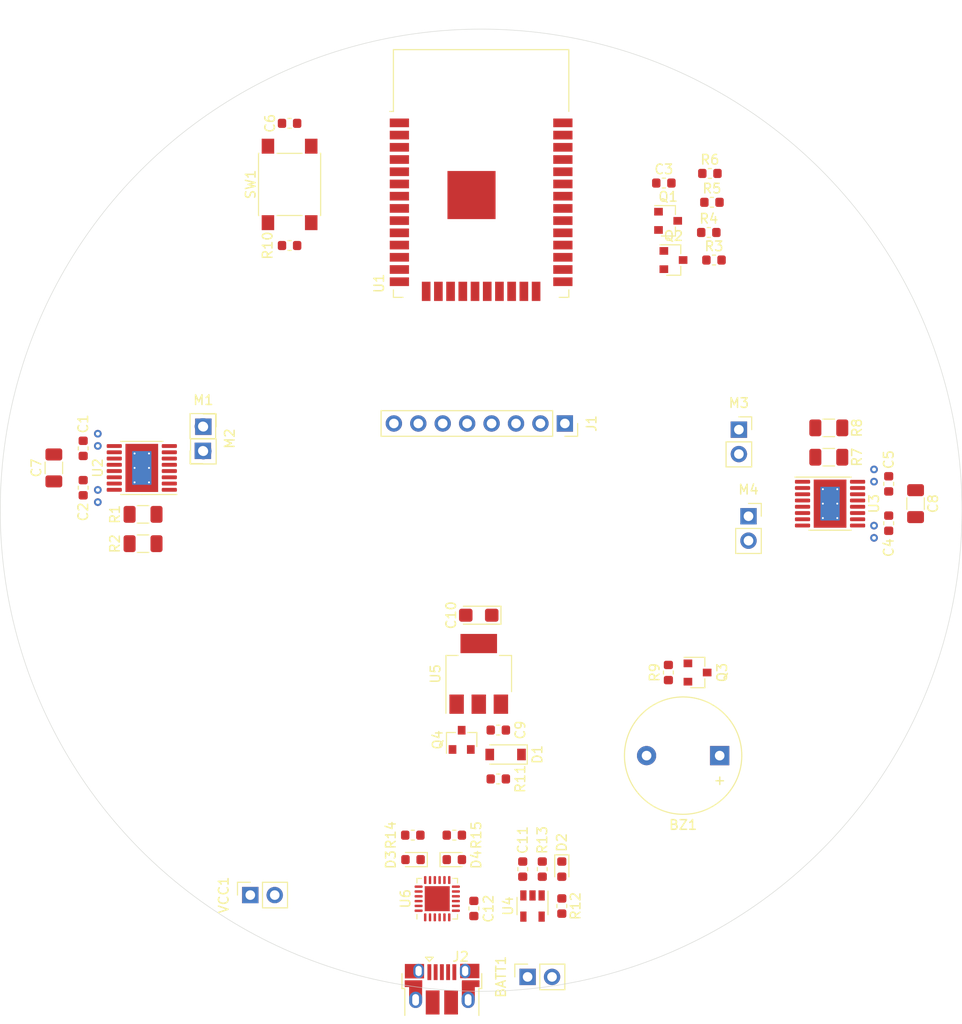
<source format=kicad_pcb>
(kicad_pcb (version 20171130) (host pcbnew "(5.1.6)-1")

  (general
    (thickness 1.6)
    (drawings 1)
    (tracks 8)
    (zones 0)
    (modules 57)
    (nets 89)
  )

  (page A4)
  (layers
    (0 F.Cu signal)
    (31 B.Cu signal)
    (32 B.Adhes user)
    (33 F.Adhes user)
    (34 B.Paste user)
    (35 F.Paste user)
    (36 B.SilkS user)
    (37 F.SilkS user)
    (38 B.Mask user)
    (39 F.Mask user)
    (40 Dwgs.User user)
    (41 Cmts.User user)
    (42 Eco1.User user)
    (43 Eco2.User user)
    (44 Edge.Cuts user)
    (45 Margin user)
    (46 B.CrtYd user)
    (47 F.CrtYd user)
    (48 B.Fab user hide)
    (49 F.Fab user hide)
  )

  (setup
    (last_trace_width 0.25)
    (trace_clearance 0.2)
    (zone_clearance 0.508)
    (zone_45_only no)
    (trace_min 0.2)
    (via_size 0.8)
    (via_drill 0.4)
    (via_min_size 0.4)
    (via_min_drill 0.3)
    (uvia_size 0.3)
    (uvia_drill 0.1)
    (uvias_allowed no)
    (uvia_min_size 0.2)
    (uvia_min_drill 0.1)
    (edge_width 0.05)
    (segment_width 0.2)
    (pcb_text_width 0.3)
    (pcb_text_size 1.5 1.5)
    (mod_edge_width 0.12)
    (mod_text_size 1 1)
    (mod_text_width 0.15)
    (pad_size 1.524 1.524)
    (pad_drill 0.762)
    (pad_to_mask_clearance 0.05)
    (aux_axis_origin 0 0)
    (visible_elements 7FFFFFFF)
    (pcbplotparams
      (layerselection 0x010fc_ffffffff)
      (usegerberextensions false)
      (usegerberattributes true)
      (usegerberadvancedattributes true)
      (creategerberjobfile true)
      (excludeedgelayer true)
      (linewidth 0.100000)
      (plotframeref false)
      (viasonmask false)
      (mode 1)
      (useauxorigin false)
      (hpglpennumber 1)
      (hpglpenspeed 20)
      (hpglpendiameter 15.000000)
      (psnegative false)
      (psa4output false)
      (plotreference true)
      (plotvalue true)
      (plotinvisibletext false)
      (padsonsilk false)
      (subtractmaskfromsilk false)
      (outputformat 1)
      (mirror false)
      (drillshape 1)
      (scaleselection 1)
      (outputdirectory ""))
  )

  (net 0 "")
  (net 1 +BATT)
  (net 2 GND)
  (net 3 "Net-(BZ1-Pad1)")
  (net 4 VCC)
  (net 5 "Net-(C1-Pad1)")
  (net 6 "Net-(C2-Pad2)")
  (net 7 +3V3)
  (net 8 "Net-(C4-Pad1)")
  (net 9 "Net-(C5-Pad2)")
  (net 10 RST)
  (net 11 "Net-(C9-Pad2)")
  (net 12 VBUS)
  (net 13 "Net-(D2-Pad1)")
  (net 14 +5V)
  (net 15 "Net-(D3-Pad2)")
  (net 16 TX_T)
  (net 17 RX_T)
  (net 18 "Net-(D4-Pad2)")
  (net 19 SCL)
  (net 20 SDA)
  (net 21 "Net-(J1-Pad5)")
  (net 22 "Net-(J1-Pad6)")
  (net 23 "Net-(J1-Pad7)")
  (net 24 INT)
  (net 25 "Net-(J2-Pad6)")
  (net 26 "Net-(J2-Pad2)")
  (net 27 "Net-(J2-Pad3)")
  (net 28 "Net-(J2-Pad4)")
  (net 29 "Net-(M1-Pad1)")
  (net 30 "Net-(M1-Pad2)")
  (net 31 "Net-(M2-Pad2)")
  (net 32 "Net-(M2-Pad1)")
  (net 33 "Net-(M3-Pad2)")
  (net 34 "Net-(M3-Pad1)")
  (net 35 "Net-(M4-Pad1)")
  (net 36 "Net-(M4-Pad2)")
  (net 37 "Net-(Q1-Pad1)")
  (net 38 DTR)
  (net 39 IO0)
  (net 40 RTS)
  (net 41 "Net-(Q2-Pad1)")
  (net 42 "Net-(Q3-Pad1)")
  (net 43 "Net-(R1-Pad2)")
  (net 44 "Net-(R2-Pad2)")
  (net 45 BATT_SENSE)
  (net 46 "Net-(R7-Pad2)")
  (net 47 "Net-(R8-Pad2)")
  (net 48 BUZZ)
  (net 49 "Net-(R12-Pad2)")
  (net 50 "Net-(R13-Pad1)")
  (net 51 "Net-(U1-Pad4)")
  (net 52 "Net-(U1-Pad5)")
  (net 53 AIN1)
  (net 54 AIN2)
  (net 55 BIN1)
  (net 56 BIN2)
  (net 57 "Net-(U1-Pad12)")
  (net 58 NSLEEP1)
  (net 59 NFAULT1)
  (net 60 "Net-(U1-Pad17)")
  (net 61 "Net-(U1-Pad18)")
  (net 62 "Net-(U1-Pad19)")
  (net 63 "Net-(U1-Pad20)")
  (net 64 "Net-(U1-Pad21)")
  (net 65 "Net-(U1-Pad22)")
  (net 66 NSLEEP2)
  (net 67 "Net-(U1-Pad24)")
  (net 68 "Net-(U1-Pad26)")
  (net 69 NFAULT2)
  (net 70 DIN2)
  (net 71 DIN1)
  (net 72 CIN2)
  (net 73 CIN1)
  (net 74 "Net-(U1-Pad32)")
  (net 75 "Net-(U1-Pad33)")
  (net 76 RXD0)
  (net 77 TXD0)
  (net 78 "Net-(U6-Pad1)")
  (net 79 "Net-(U6-Pad9)")
  (net 80 "Net-(U6-Pad10)")
  (net 81 "Net-(U6-Pad11)")
  (net 82 "Net-(U6-Pad12)")
  (net 83 "Net-(U6-Pad15)")
  (net 84 "Net-(U6-Pad16)")
  (net 85 "Net-(U6-Pad17)")
  (net 86 "Net-(U6-Pad18)")
  (net 87 "Net-(U6-Pad22)")
  (net 88 "Net-(U6-Pad24)")

  (net_class Default "This is the default net class."
    (clearance 0.2)
    (trace_width 0.25)
    (via_dia 0.8)
    (via_drill 0.4)
    (uvia_dia 0.3)
    (uvia_drill 0.1)
    (add_net +3V3)
    (add_net +5V)
    (add_net +BATT)
    (add_net AIN1)
    (add_net AIN2)
    (add_net BATT_SENSE)
    (add_net BIN1)
    (add_net BIN2)
    (add_net BUZZ)
    (add_net CIN1)
    (add_net CIN2)
    (add_net DIN1)
    (add_net DIN2)
    (add_net DTR)
    (add_net GND)
    (add_net INT)
    (add_net IO0)
    (add_net NFAULT1)
    (add_net NFAULT2)
    (add_net NSLEEP1)
    (add_net NSLEEP2)
    (add_net "Net-(BZ1-Pad1)")
    (add_net "Net-(C1-Pad1)")
    (add_net "Net-(C2-Pad2)")
    (add_net "Net-(C4-Pad1)")
    (add_net "Net-(C5-Pad2)")
    (add_net "Net-(C9-Pad2)")
    (add_net "Net-(D2-Pad1)")
    (add_net "Net-(D3-Pad2)")
    (add_net "Net-(D4-Pad2)")
    (add_net "Net-(J1-Pad5)")
    (add_net "Net-(J1-Pad6)")
    (add_net "Net-(J1-Pad7)")
    (add_net "Net-(J2-Pad2)")
    (add_net "Net-(J2-Pad3)")
    (add_net "Net-(J2-Pad4)")
    (add_net "Net-(J2-Pad6)")
    (add_net "Net-(M1-Pad1)")
    (add_net "Net-(M1-Pad2)")
    (add_net "Net-(M2-Pad1)")
    (add_net "Net-(M2-Pad2)")
    (add_net "Net-(M3-Pad1)")
    (add_net "Net-(M3-Pad2)")
    (add_net "Net-(M4-Pad1)")
    (add_net "Net-(M4-Pad2)")
    (add_net "Net-(Q1-Pad1)")
    (add_net "Net-(Q2-Pad1)")
    (add_net "Net-(Q3-Pad1)")
    (add_net "Net-(R1-Pad2)")
    (add_net "Net-(R12-Pad2)")
    (add_net "Net-(R13-Pad1)")
    (add_net "Net-(R2-Pad2)")
    (add_net "Net-(R7-Pad2)")
    (add_net "Net-(R8-Pad2)")
    (add_net "Net-(U1-Pad12)")
    (add_net "Net-(U1-Pad17)")
    (add_net "Net-(U1-Pad18)")
    (add_net "Net-(U1-Pad19)")
    (add_net "Net-(U1-Pad20)")
    (add_net "Net-(U1-Pad21)")
    (add_net "Net-(U1-Pad22)")
    (add_net "Net-(U1-Pad24)")
    (add_net "Net-(U1-Pad26)")
    (add_net "Net-(U1-Pad32)")
    (add_net "Net-(U1-Pad33)")
    (add_net "Net-(U1-Pad4)")
    (add_net "Net-(U1-Pad5)")
    (add_net "Net-(U6-Pad1)")
    (add_net "Net-(U6-Pad10)")
    (add_net "Net-(U6-Pad11)")
    (add_net "Net-(U6-Pad12)")
    (add_net "Net-(U6-Pad15)")
    (add_net "Net-(U6-Pad16)")
    (add_net "Net-(U6-Pad17)")
    (add_net "Net-(U6-Pad18)")
    (add_net "Net-(U6-Pad22)")
    (add_net "Net-(U6-Pad24)")
    (add_net "Net-(U6-Pad9)")
    (add_net RST)
    (add_net RTS)
    (add_net RXD0)
    (add_net RX_T)
    (add_net SCL)
    (add_net SDA)
    (add_net TXD0)
    (add_net TX_T)
    (add_net VBUS)
    (add_net VCC)
  )

  (module Capacitor_SMD:C_0603_1608Metric (layer F.Cu) (tedit 5B301BBE) (tstamp 604250F7)
    (at 163.378 101.35 90)
    (descr "Capacitor SMD 0603 (1608 Metric), square (rectangular) end terminal, IPC_7351 nominal, (Body size source: http://www.tortai-tech.com/upload/download/2011102023233369053.pdf), generated with kicad-footprint-generator")
    (tags capacitor)
    (path /6042D506)
    (attr smd)
    (fp_text reference C4 (at -2.54 0 90) (layer F.SilkS)
      (effects (font (size 1 1) (thickness 0.15)))
    )
    (fp_text value 0.1uF (at 0 1.43 90) (layer F.Fab)
      (effects (font (size 1 1) (thickness 0.15)))
    )
    (fp_line (start 1.48 0.73) (end -1.48 0.73) (layer F.CrtYd) (width 0.05))
    (fp_line (start 1.48 -0.73) (end 1.48 0.73) (layer F.CrtYd) (width 0.05))
    (fp_line (start -1.48 -0.73) (end 1.48 -0.73) (layer F.CrtYd) (width 0.05))
    (fp_line (start -1.48 0.73) (end -1.48 -0.73) (layer F.CrtYd) (width 0.05))
    (fp_line (start -0.162779 0.51) (end 0.162779 0.51) (layer F.SilkS) (width 0.12))
    (fp_line (start -0.162779 -0.51) (end 0.162779 -0.51) (layer F.SilkS) (width 0.12))
    (fp_line (start 0.8 0.4) (end -0.8 0.4) (layer F.Fab) (width 0.1))
    (fp_line (start 0.8 -0.4) (end 0.8 0.4) (layer F.Fab) (width 0.1))
    (fp_line (start -0.8 -0.4) (end 0.8 -0.4) (layer F.Fab) (width 0.1))
    (fp_line (start -0.8 0.4) (end -0.8 -0.4) (layer F.Fab) (width 0.1))
    (fp_text user %R (at 0 0 90) (layer F.Fab)
      (effects (font (size 0.4 0.4) (thickness 0.06)))
    )
    (pad 2 smd roundrect (at 0.7875 0 90) (size 0.875 0.95) (layers F.Cu F.Paste F.Mask) (roundrect_rratio 0.25)
      (net 4 VCC))
    (pad 1 smd roundrect (at -0.7875 0 90) (size 0.875 0.95) (layers F.Cu F.Paste F.Mask) (roundrect_rratio 0.25)
      (net 8 "Net-(C4-Pad1)"))
    (model ${KISYS3DMOD}/Capacitor_SMD.3dshapes/C_0603_1608Metric.wrl
      (at (xyz 0 0 0))
      (scale (xyz 1 1 1))
      (rotate (xyz 0 0 0))
    )
  )

  (module Capacitor_SMD:C_0603_1608Metric (layer F.Cu) (tedit 5B301BBE) (tstamp 604249A5)
    (at 79.622 93.574 270)
    (descr "Capacitor SMD 0603 (1608 Metric), square (rectangular) end terminal, IPC_7351 nominal, (Body size source: http://www.tortai-tech.com/upload/download/2011102023233369053.pdf), generated with kicad-footprint-generator")
    (tags capacitor)
    (path /604170F0)
    (attr smd)
    (fp_text reference C1 (at -2.54 0 90) (layer F.SilkS)
      (effects (font (size 1 1) (thickness 0.15)))
    )
    (fp_text value 0.1uF (at 0 1.43 90) (layer F.Fab)
      (effects (font (size 1 1) (thickness 0.15)))
    )
    (fp_line (start 1.48 0.73) (end -1.48 0.73) (layer F.CrtYd) (width 0.05))
    (fp_line (start 1.48 -0.73) (end 1.48 0.73) (layer F.CrtYd) (width 0.05))
    (fp_line (start -1.48 -0.73) (end 1.48 -0.73) (layer F.CrtYd) (width 0.05))
    (fp_line (start -1.48 0.73) (end -1.48 -0.73) (layer F.CrtYd) (width 0.05))
    (fp_line (start -0.162779 0.51) (end 0.162779 0.51) (layer F.SilkS) (width 0.12))
    (fp_line (start -0.162779 -0.51) (end 0.162779 -0.51) (layer F.SilkS) (width 0.12))
    (fp_line (start 0.8 0.4) (end -0.8 0.4) (layer F.Fab) (width 0.1))
    (fp_line (start 0.8 -0.4) (end 0.8 0.4) (layer F.Fab) (width 0.1))
    (fp_line (start -0.8 -0.4) (end 0.8 -0.4) (layer F.Fab) (width 0.1))
    (fp_line (start -0.8 0.4) (end -0.8 -0.4) (layer F.Fab) (width 0.1))
    (fp_text user %R (at 0 0 90) (layer F.Fab)
      (effects (font (size 0.4 0.4) (thickness 0.06)))
    )
    (pad 2 smd roundrect (at 0.7875 0 270) (size 0.875 0.95) (layers F.Cu F.Paste F.Mask) (roundrect_rratio 0.25)
      (net 4 VCC))
    (pad 1 smd roundrect (at -0.7875 0 270) (size 0.875 0.95) (layers F.Cu F.Paste F.Mask) (roundrect_rratio 0.25)
      (net 5 "Net-(C1-Pad1)"))
    (model ${KISYS3DMOD}/Capacitor_SMD.3dshapes/C_0603_1608Metric.wrl
      (at (xyz 0 0 0))
      (scale (xyz 1 1 1))
      (rotate (xyz 0 0 0))
    )
  )

  (module Connector_PinSocket_2.54mm:PinSocket_1x02_P2.54mm_Vertical (layer F.Cu) (tedit 5A19A420) (tstamp 6041946C)
    (at 125.834 148.504 90)
    (descr "Through hole straight socket strip, 1x02, 2.54mm pitch, single row (from Kicad 4.0.7), script generated")
    (tags "Through hole socket strip THT 1x02 2.54mm single row")
    (path /60A3C2EA)
    (fp_text reference BATT1 (at 0 -2.77 90) (layer F.SilkS)
      (effects (font (size 1 1) (thickness 0.15)))
    )
    (fp_text value Conn_01x02 (at 0 5.31 90) (layer F.Fab)
      (effects (font (size 1 1) (thickness 0.15)))
    )
    (fp_line (start -1.27 -1.27) (end 0.635 -1.27) (layer F.Fab) (width 0.1))
    (fp_line (start 0.635 -1.27) (end 1.27 -0.635) (layer F.Fab) (width 0.1))
    (fp_line (start 1.27 -0.635) (end 1.27 3.81) (layer F.Fab) (width 0.1))
    (fp_line (start 1.27 3.81) (end -1.27 3.81) (layer F.Fab) (width 0.1))
    (fp_line (start -1.27 3.81) (end -1.27 -1.27) (layer F.Fab) (width 0.1))
    (fp_line (start -1.33 1.27) (end 1.33 1.27) (layer F.SilkS) (width 0.12))
    (fp_line (start -1.33 1.27) (end -1.33 3.87) (layer F.SilkS) (width 0.12))
    (fp_line (start -1.33 3.87) (end 1.33 3.87) (layer F.SilkS) (width 0.12))
    (fp_line (start 1.33 1.27) (end 1.33 3.87) (layer F.SilkS) (width 0.12))
    (fp_line (start 1.33 -1.33) (end 1.33 0) (layer F.SilkS) (width 0.12))
    (fp_line (start 0 -1.33) (end 1.33 -1.33) (layer F.SilkS) (width 0.12))
    (fp_line (start -1.8 -1.8) (end 1.75 -1.8) (layer F.CrtYd) (width 0.05))
    (fp_line (start 1.75 -1.8) (end 1.75 4.3) (layer F.CrtYd) (width 0.05))
    (fp_line (start 1.75 4.3) (end -1.8 4.3) (layer F.CrtYd) (width 0.05))
    (fp_line (start -1.8 4.3) (end -1.8 -1.8) (layer F.CrtYd) (width 0.05))
    (fp_text user %R (at 0 1.27) (layer F.Fab)
      (effects (font (size 1 1) (thickness 0.15)))
    )
    (pad 1 thru_hole rect (at 0 0 90) (size 1.7 1.7) (drill 1) (layers *.Cu *.Mask)
      (net 1 +BATT))
    (pad 2 thru_hole oval (at 0 2.54 90) (size 1.7 1.7) (drill 1) (layers *.Cu *.Mask)
      (net 2 GND))
    (model ${KISYS3DMOD}/Connector_PinSocket_2.54mm.3dshapes/PinSocket_1x02_P2.54mm_Vertical.wrl
      (at (xyz 0 0 0))
      (scale (xyz 1 1 1))
      (rotate (xyz 0 0 0))
    )
  )

  (module Buzzer_Beeper:Buzzer_12x9.5RM7.6 (layer F.Cu) (tedit 5A030281) (tstamp 60419479)
    (at 145.804 125.506 180)
    (descr "Generic Buzzer, D12mm height 9.5mm with RM7.6mm")
    (tags buzzer)
    (path /60627577)
    (fp_text reference BZ1 (at 3.8 -7.2) (layer F.SilkS)
      (effects (font (size 1 1) (thickness 0.15)))
    )
    (fp_text value Buzzer (at 3.8 7.4) (layer F.Fab)
      (effects (font (size 1 1) (thickness 0.15)))
    )
    (fp_circle (center 3.8 0) (end 10.05 0) (layer F.CrtYd) (width 0.05))
    (fp_circle (center 3.8 0) (end 9.8 0) (layer F.Fab) (width 0.1))
    (fp_circle (center 3.8 0) (end 4.8 0) (layer F.Fab) (width 0.1))
    (fp_circle (center 3.8 0) (end 9.9 0) (layer F.SilkS) (width 0.12))
    (fp_text user + (at -0.01 -2.54) (layer F.Fab)
      (effects (font (size 1 1) (thickness 0.15)))
    )
    (fp_text user + (at -0.01 -2.54) (layer F.SilkS)
      (effects (font (size 1 1) (thickness 0.15)))
    )
    (fp_text user %R (at 3.8 -4) (layer F.Fab)
      (effects (font (size 1 1) (thickness 0.15)))
    )
    (pad 1 thru_hole rect (at 0 0 180) (size 2 2) (drill 1) (layers *.Cu *.Mask)
      (net 3 "Net-(BZ1-Pad1)"))
    (pad 2 thru_hole circle (at 7.6 0 180) (size 2 2) (drill 1) (layers *.Cu *.Mask)
      (net 2 GND))
    (model ${KISYS3DMOD}/Buzzer_Beeper.3dshapes/Buzzer_12x9.5RM7.6.wrl
      (at (xyz 0 0 0))
      (scale (xyz 1 1 1))
      (rotate (xyz 0 0 0))
    )
  )

  (module Capacitor_SMD:C_0603_1608Metric (layer F.Cu) (tedit 5B301BBE) (tstamp 60424975)
    (at 79.622 97.6635 90)
    (descr "Capacitor SMD 0603 (1608 Metric), square (rectangular) end terminal, IPC_7351 nominal, (Body size source: http://www.tortai-tech.com/upload/download/2011102023233369053.pdf), generated with kicad-footprint-generator")
    (tags capacitor)
    (path /604199A1)
    (attr smd)
    (fp_text reference C2 (at -2.5145 0 90) (layer F.SilkS)
      (effects (font (size 1 1) (thickness 0.15)))
    )
    (fp_text value 10uF/6.3v (at 0 1.43 90) (layer F.Fab)
      (effects (font (size 1 1) (thickness 0.15)))
    )
    (fp_line (start 1.48 0.73) (end -1.48 0.73) (layer F.CrtYd) (width 0.05))
    (fp_line (start 1.48 -0.73) (end 1.48 0.73) (layer F.CrtYd) (width 0.05))
    (fp_line (start -1.48 -0.73) (end 1.48 -0.73) (layer F.CrtYd) (width 0.05))
    (fp_line (start -1.48 0.73) (end -1.48 -0.73) (layer F.CrtYd) (width 0.05))
    (fp_line (start -0.162779 0.51) (end 0.162779 0.51) (layer F.SilkS) (width 0.12))
    (fp_line (start -0.162779 -0.51) (end 0.162779 -0.51) (layer F.SilkS) (width 0.12))
    (fp_line (start 0.8 0.4) (end -0.8 0.4) (layer F.Fab) (width 0.1))
    (fp_line (start 0.8 -0.4) (end 0.8 0.4) (layer F.Fab) (width 0.1))
    (fp_line (start -0.8 -0.4) (end 0.8 -0.4) (layer F.Fab) (width 0.1))
    (fp_line (start -0.8 0.4) (end -0.8 -0.4) (layer F.Fab) (width 0.1))
    (fp_text user %R (at 0 0 90) (layer F.Fab)
      (effects (font (size 0.4 0.4) (thickness 0.06)))
    )
    (pad 2 smd roundrect (at 0.7875 0 90) (size 0.875 0.95) (layers F.Cu F.Paste F.Mask) (roundrect_rratio 0.25)
      (net 6 "Net-(C2-Pad2)"))
    (pad 1 smd roundrect (at -0.7875 0 90) (size 0.875 0.95) (layers F.Cu F.Paste F.Mask) (roundrect_rratio 0.25)
      (net 2 GND))
    (model ${KISYS3DMOD}/Capacitor_SMD.3dshapes/C_0603_1608Metric.wrl
      (at (xyz 0 0 0))
      (scale (xyz 1 1 1))
      (rotate (xyz 0 0 0))
    )
  )

  (module Capacitor_SMD:C_0603_1608Metric (layer F.Cu) (tedit 5B301BBE) (tstamp 6042575B)
    (at 140 66)
    (descr "Capacitor SMD 0603 (1608 Metric), square (rectangular) end terminal, IPC_7351 nominal, (Body size source: http://www.tortai-tech.com/upload/download/2011102023233369053.pdf), generated with kicad-footprint-generator")
    (tags capacitor)
    (path /609FF3B3)
    (attr smd)
    (fp_text reference C3 (at 0 -1.43) (layer F.SilkS)
      (effects (font (size 1 1) (thickness 0.15)))
    )
    (fp_text value 10uF (at 0 1.43) (layer F.Fab)
      (effects (font (size 1 1) (thickness 0.15)))
    )
    (fp_line (start 1.48 0.73) (end -1.48 0.73) (layer F.CrtYd) (width 0.05))
    (fp_line (start 1.48 -0.73) (end 1.48 0.73) (layer F.CrtYd) (width 0.05))
    (fp_line (start -1.48 -0.73) (end 1.48 -0.73) (layer F.CrtYd) (width 0.05))
    (fp_line (start -1.48 0.73) (end -1.48 -0.73) (layer F.CrtYd) (width 0.05))
    (fp_line (start -0.162779 0.51) (end 0.162779 0.51) (layer F.SilkS) (width 0.12))
    (fp_line (start -0.162779 -0.51) (end 0.162779 -0.51) (layer F.SilkS) (width 0.12))
    (fp_line (start 0.8 0.4) (end -0.8 0.4) (layer F.Fab) (width 0.1))
    (fp_line (start 0.8 -0.4) (end 0.8 0.4) (layer F.Fab) (width 0.1))
    (fp_line (start -0.8 -0.4) (end 0.8 -0.4) (layer F.Fab) (width 0.1))
    (fp_line (start -0.8 0.4) (end -0.8 -0.4) (layer F.Fab) (width 0.1))
    (fp_text user %R (at 0 0) (layer F.Fab)
      (effects (font (size 0.4 0.4) (thickness 0.06)))
    )
    (pad 2 smd roundrect (at 0.7875 0) (size 0.875 0.95) (layers F.Cu F.Paste F.Mask) (roundrect_rratio 0.25)
      (net 7 +3V3))
    (pad 1 smd roundrect (at -0.7875 0) (size 0.875 0.95) (layers F.Cu F.Paste F.Mask) (roundrect_rratio 0.25)
      (net 2 GND))
    (model ${KISYS3DMOD}/Capacitor_SMD.3dshapes/C_0603_1608Metric.wrl
      (at (xyz 0 0 0))
      (scale (xyz 1 1 1))
      (rotate (xyz 0 0 0))
    )
  )

  (module Capacitor_SMD:C_0603_1608Metric (layer F.Cu) (tedit 5B301BBE) (tstamp 604250C7)
    (at 163.378 97.2605 270)
    (descr "Capacitor SMD 0603 (1608 Metric), square (rectangular) end terminal, IPC_7351 nominal, (Body size source: http://www.tortai-tech.com/upload/download/2011102023233369053.pdf), generated with kicad-footprint-generator")
    (tags capacitor)
    (path /6042D523)
    (attr smd)
    (fp_text reference C5 (at -2.5145 0 90) (layer F.SilkS)
      (effects (font (size 1 1) (thickness 0.15)))
    )
    (fp_text value 10uF/6.3v (at 0 1.43 90) (layer F.Fab)
      (effects (font (size 1 1) (thickness 0.15)))
    )
    (fp_line (start -0.8 0.4) (end -0.8 -0.4) (layer F.Fab) (width 0.1))
    (fp_line (start -0.8 -0.4) (end 0.8 -0.4) (layer F.Fab) (width 0.1))
    (fp_line (start 0.8 -0.4) (end 0.8 0.4) (layer F.Fab) (width 0.1))
    (fp_line (start 0.8 0.4) (end -0.8 0.4) (layer F.Fab) (width 0.1))
    (fp_line (start -0.162779 -0.51) (end 0.162779 -0.51) (layer F.SilkS) (width 0.12))
    (fp_line (start -0.162779 0.51) (end 0.162779 0.51) (layer F.SilkS) (width 0.12))
    (fp_line (start -1.48 0.73) (end -1.48 -0.73) (layer F.CrtYd) (width 0.05))
    (fp_line (start -1.48 -0.73) (end 1.48 -0.73) (layer F.CrtYd) (width 0.05))
    (fp_line (start 1.48 -0.73) (end 1.48 0.73) (layer F.CrtYd) (width 0.05))
    (fp_line (start 1.48 0.73) (end -1.48 0.73) (layer F.CrtYd) (width 0.05))
    (fp_text user %R (at 0 0 90) (layer F.Fab)
      (effects (font (size 0.4 0.4) (thickness 0.06)))
    )
    (pad 1 smd roundrect (at -0.7875 0 270) (size 0.875 0.95) (layers F.Cu F.Paste F.Mask) (roundrect_rratio 0.25)
      (net 2 GND))
    (pad 2 smd roundrect (at 0.7875 0 270) (size 0.875 0.95) (layers F.Cu F.Paste F.Mask) (roundrect_rratio 0.25)
      (net 9 "Net-(C5-Pad2)"))
    (model ${KISYS3DMOD}/Capacitor_SMD.3dshapes/C_0603_1608Metric.wrl
      (at (xyz 0 0 0))
      (scale (xyz 1 1 1))
      (rotate (xyz 0 0 0))
    )
  )

  (module Capacitor_SMD:C_0603_1608Metric (layer F.Cu) (tedit 5B301BBE) (tstamp 604194DF)
    (at 101.084 59.792 180)
    (descr "Capacitor SMD 0603 (1608 Metric), square (rectangular) end terminal, IPC_7351 nominal, (Body size source: http://www.tortai-tech.com/upload/download/2011102023233369053.pdf), generated with kicad-footprint-generator")
    (tags capacitor)
    (path /6044B744)
    (attr smd)
    (fp_text reference C6 (at 2.032 0 270) (layer F.SilkS)
      (effects (font (size 1 1) (thickness 0.15)))
    )
    (fp_text value 0.1uF/50V (at 0 1.43) (layer F.Fab)
      (effects (font (size 1 1) (thickness 0.15)))
    )
    (fp_line (start 1.48 0.73) (end -1.48 0.73) (layer F.CrtYd) (width 0.05))
    (fp_line (start 1.48 -0.73) (end 1.48 0.73) (layer F.CrtYd) (width 0.05))
    (fp_line (start -1.48 -0.73) (end 1.48 -0.73) (layer F.CrtYd) (width 0.05))
    (fp_line (start -1.48 0.73) (end -1.48 -0.73) (layer F.CrtYd) (width 0.05))
    (fp_line (start -0.162779 0.51) (end 0.162779 0.51) (layer F.SilkS) (width 0.12))
    (fp_line (start -0.162779 -0.51) (end 0.162779 -0.51) (layer F.SilkS) (width 0.12))
    (fp_line (start 0.8 0.4) (end -0.8 0.4) (layer F.Fab) (width 0.1))
    (fp_line (start 0.8 -0.4) (end 0.8 0.4) (layer F.Fab) (width 0.1))
    (fp_line (start -0.8 -0.4) (end 0.8 -0.4) (layer F.Fab) (width 0.1))
    (fp_line (start -0.8 0.4) (end -0.8 -0.4) (layer F.Fab) (width 0.1))
    (fp_text user %R (at 0 0) (layer F.Fab)
      (effects (font (size 0.4 0.4) (thickness 0.06)))
    )
    (pad 2 smd roundrect (at 0.7875 0 180) (size 0.875 0.95) (layers F.Cu F.Paste F.Mask) (roundrect_rratio 0.25)
      (net 2 GND))
    (pad 1 smd roundrect (at -0.7875 0 180) (size 0.875 0.95) (layers F.Cu F.Paste F.Mask) (roundrect_rratio 0.25)
      (net 10 RST))
    (model ${KISYS3DMOD}/Capacitor_SMD.3dshapes/C_0603_1608Metric.wrl
      (at (xyz 0 0 0))
      (scale (xyz 1 1 1))
      (rotate (xyz 0 0 0))
    )
  )

  (module Capacitor_SMD:C_1206_3216Metric (layer F.Cu) (tedit 5B301BBE) (tstamp 60424A53)
    (at 76.574 95.606 90)
    (descr "Capacitor SMD 1206 (3216 Metric), square (rectangular) end terminal, IPC_7351 nominal, (Body size source: http://www.tortai-tech.com/upload/download/2011102023233369053.pdf), generated with kicad-footprint-generator")
    (tags capacitor)
    (path /6042E4DF)
    (attr smd)
    (fp_text reference C7 (at 0 -1.82 90) (layer F.SilkS)
      (effects (font (size 1 1) (thickness 0.15)))
    )
    (fp_text value 10uF/16V (at 0 1.82 90) (layer F.Fab)
      (effects (font (size 1 1) (thickness 0.15)))
    )
    (fp_line (start 2.28 1.12) (end -2.28 1.12) (layer F.CrtYd) (width 0.05))
    (fp_line (start 2.28 -1.12) (end 2.28 1.12) (layer F.CrtYd) (width 0.05))
    (fp_line (start -2.28 -1.12) (end 2.28 -1.12) (layer F.CrtYd) (width 0.05))
    (fp_line (start -2.28 1.12) (end -2.28 -1.12) (layer F.CrtYd) (width 0.05))
    (fp_line (start -0.602064 0.91) (end 0.602064 0.91) (layer F.SilkS) (width 0.12))
    (fp_line (start -0.602064 -0.91) (end 0.602064 -0.91) (layer F.SilkS) (width 0.12))
    (fp_line (start 1.6 0.8) (end -1.6 0.8) (layer F.Fab) (width 0.1))
    (fp_line (start 1.6 -0.8) (end 1.6 0.8) (layer F.Fab) (width 0.1))
    (fp_line (start -1.6 -0.8) (end 1.6 -0.8) (layer F.Fab) (width 0.1))
    (fp_line (start -1.6 0.8) (end -1.6 -0.8) (layer F.Fab) (width 0.1))
    (fp_text user %R (at 0 0 90) (layer F.Fab)
      (effects (font (size 0.8 0.8) (thickness 0.12)))
    )
    (pad 2 smd roundrect (at 1.4 0 90) (size 1.25 1.75) (layers F.Cu F.Paste F.Mask) (roundrect_rratio 0.2)
      (net 4 VCC))
    (pad 1 smd roundrect (at -1.4 0 90) (size 1.25 1.75) (layers F.Cu F.Paste F.Mask) (roundrect_rratio 0.2)
      (net 2 GND))
    (model ${KISYS3DMOD}/Capacitor_SMD.3dshapes/C_1206_3216Metric.wrl
      (at (xyz 0 0 0))
      (scale (xyz 1 1 1))
      (rotate (xyz 0 0 0))
    )
  )

  (module Capacitor_SMD:C_1206_3216Metric (layer F.Cu) (tedit 5B301BBE) (tstamp 60425097)
    (at 166.172 99.318 270)
    (descr "Capacitor SMD 1206 (3216 Metric), square (rectangular) end terminal, IPC_7351 nominal, (Body size source: http://www.tortai-tech.com/upload/download/2011102023233369053.pdf), generated with kicad-footprint-generator")
    (tags capacitor)
    (path /6042EAD0)
    (attr smd)
    (fp_text reference C8 (at 0 -1.82 90) (layer F.SilkS)
      (effects (font (size 1 1) (thickness 0.15)))
    )
    (fp_text value 10uF/16V (at 0 1.82 90) (layer F.Fab)
      (effects (font (size 1 1) (thickness 0.15)))
    )
    (fp_line (start -1.6 0.8) (end -1.6 -0.8) (layer F.Fab) (width 0.1))
    (fp_line (start -1.6 -0.8) (end 1.6 -0.8) (layer F.Fab) (width 0.1))
    (fp_line (start 1.6 -0.8) (end 1.6 0.8) (layer F.Fab) (width 0.1))
    (fp_line (start 1.6 0.8) (end -1.6 0.8) (layer F.Fab) (width 0.1))
    (fp_line (start -0.602064 -0.91) (end 0.602064 -0.91) (layer F.SilkS) (width 0.12))
    (fp_line (start -0.602064 0.91) (end 0.602064 0.91) (layer F.SilkS) (width 0.12))
    (fp_line (start -2.28 1.12) (end -2.28 -1.12) (layer F.CrtYd) (width 0.05))
    (fp_line (start -2.28 -1.12) (end 2.28 -1.12) (layer F.CrtYd) (width 0.05))
    (fp_line (start 2.28 -1.12) (end 2.28 1.12) (layer F.CrtYd) (width 0.05))
    (fp_line (start 2.28 1.12) (end -2.28 1.12) (layer F.CrtYd) (width 0.05))
    (fp_text user %R (at 0 0 90) (layer F.Fab)
      (effects (font (size 0.8 0.8) (thickness 0.12)))
    )
    (pad 1 smd roundrect (at -1.4 0 270) (size 1.25 1.75) (layers F.Cu F.Paste F.Mask) (roundrect_rratio 0.2)
      (net 4 VCC))
    (pad 2 smd roundrect (at 1.4 0 270) (size 1.25 1.75) (layers F.Cu F.Paste F.Mask) (roundrect_rratio 0.2)
      (net 2 GND))
    (model ${KISYS3DMOD}/Capacitor_SMD.3dshapes/C_1206_3216Metric.wrl
      (at (xyz 0 0 0))
      (scale (xyz 1 1 1))
      (rotate (xyz 0 0 0))
    )
  )

  (module Capacitor_SMD:C_0603_1608Metric (layer F.Cu) (tedit 5B301BBE) (tstamp 60419512)
    (at 122.786 122.85)
    (descr "Capacitor SMD 0603 (1608 Metric), square (rectangular) end terminal, IPC_7351 nominal, (Body size source: http://www.tortai-tech.com/upload/download/2011102023233369053.pdf), generated with kicad-footprint-generator")
    (tags capacitor)
    (path /6093AB25)
    (attr smd)
    (fp_text reference C9 (at 2.286 0 -90) (layer F.SilkS)
      (effects (font (size 1 1) (thickness 0.15)))
    )
    (fp_text value 10uF (at 0 1.43) (layer F.Fab)
      (effects (font (size 1 1) (thickness 0.15)))
    )
    (fp_line (start -0.8 0.4) (end -0.8 -0.4) (layer F.Fab) (width 0.1))
    (fp_line (start -0.8 -0.4) (end 0.8 -0.4) (layer F.Fab) (width 0.1))
    (fp_line (start 0.8 -0.4) (end 0.8 0.4) (layer F.Fab) (width 0.1))
    (fp_line (start 0.8 0.4) (end -0.8 0.4) (layer F.Fab) (width 0.1))
    (fp_line (start -0.162779 -0.51) (end 0.162779 -0.51) (layer F.SilkS) (width 0.12))
    (fp_line (start -0.162779 0.51) (end 0.162779 0.51) (layer F.SilkS) (width 0.12))
    (fp_line (start -1.48 0.73) (end -1.48 -0.73) (layer F.CrtYd) (width 0.05))
    (fp_line (start -1.48 -0.73) (end 1.48 -0.73) (layer F.CrtYd) (width 0.05))
    (fp_line (start 1.48 -0.73) (end 1.48 0.73) (layer F.CrtYd) (width 0.05))
    (fp_line (start 1.48 0.73) (end -1.48 0.73) (layer F.CrtYd) (width 0.05))
    (fp_text user %R (at 0 0) (layer F.Fab)
      (effects (font (size 0.4 0.4) (thickness 0.06)))
    )
    (pad 1 smd roundrect (at -0.7875 0) (size 0.875 0.95) (layers F.Cu F.Paste F.Mask) (roundrect_rratio 0.25)
      (net 2 GND))
    (pad 2 smd roundrect (at 0.7875 0) (size 0.875 0.95) (layers F.Cu F.Paste F.Mask) (roundrect_rratio 0.25)
      (net 11 "Net-(C9-Pad2)"))
    (model ${KISYS3DMOD}/Capacitor_SMD.3dshapes/C_0603_1608Metric.wrl
      (at (xyz 0 0 0))
      (scale (xyz 1 1 1))
      (rotate (xyz 0 0 0))
    )
  )

  (module Capacitor_Tantalum_SMD:CP_EIA-3216-18_Kemet-A (layer F.Cu) (tedit 5B301BBE) (tstamp 60419525)
    (at 120.754 110.912 180)
    (descr "Tantalum Capacitor SMD Kemet-A (3216-18 Metric), IPC_7351 nominal, (Body size from: http://www.kemet.com/Lists/ProductCatalog/Attachments/253/KEM_TC101_STD.pdf), generated with kicad-footprint-generator")
    (tags "capacitor tantalum")
    (path /609D0743)
    (attr smd)
    (fp_text reference C10 (at 2.874 0 270) (layer F.SilkS)
      (effects (font (size 1 1) (thickness 0.15)))
    )
    (fp_text value 22uF/tantalum (at 0 1.75) (layer F.Fab)
      (effects (font (size 1 1) (thickness 0.15)))
    )
    (fp_line (start 1.6 -0.8) (end -1.2 -0.8) (layer F.Fab) (width 0.1))
    (fp_line (start -1.2 -0.8) (end -1.6 -0.4) (layer F.Fab) (width 0.1))
    (fp_line (start -1.6 -0.4) (end -1.6 0.8) (layer F.Fab) (width 0.1))
    (fp_line (start -1.6 0.8) (end 1.6 0.8) (layer F.Fab) (width 0.1))
    (fp_line (start 1.6 0.8) (end 1.6 -0.8) (layer F.Fab) (width 0.1))
    (fp_line (start 1.6 -0.935) (end -2.31 -0.935) (layer F.SilkS) (width 0.12))
    (fp_line (start -2.31 -0.935) (end -2.31 0.935) (layer F.SilkS) (width 0.12))
    (fp_line (start -2.31 0.935) (end 1.6 0.935) (layer F.SilkS) (width 0.12))
    (fp_line (start -2.3 1.05) (end -2.3 -1.05) (layer F.CrtYd) (width 0.05))
    (fp_line (start -2.3 -1.05) (end 2.3 -1.05) (layer F.CrtYd) (width 0.05))
    (fp_line (start 2.3 -1.05) (end 2.3 1.05) (layer F.CrtYd) (width 0.05))
    (fp_line (start 2.3 1.05) (end -2.3 1.05) (layer F.CrtYd) (width 0.05))
    (fp_text user %R (at 0 0) (layer F.Fab)
      (effects (font (size 0.8 0.8) (thickness 0.12)))
    )
    (pad 1 smd roundrect (at -1.35 0 180) (size 1.4 1.35) (layers F.Cu F.Paste F.Mask) (roundrect_rratio 0.185185)
      (net 7 +3V3))
    (pad 2 smd roundrect (at 1.35 0 180) (size 1.4 1.35) (layers F.Cu F.Paste F.Mask) (roundrect_rratio 0.185185)
      (net 2 GND))
    (model ${KISYS3DMOD}/Capacitor_Tantalum_SMD.3dshapes/CP_EIA-3216-18_Kemet-A.wrl
      (at (xyz 0 0 0))
      (scale (xyz 1 1 1))
      (rotate (xyz 0 0 0))
    )
  )

  (module Capacitor_SMD:C_0603_1608Metric (layer F.Cu) (tedit 5B301BBE) (tstamp 60419536)
    (at 125.326 137.3025 90)
    (descr "Capacitor SMD 0603 (1608 Metric), square (rectangular) end terminal, IPC_7351 nominal, (Body size source: http://www.tortai-tech.com/upload/download/2011102023233369053.pdf), generated with kicad-footprint-generator")
    (tags capacitor)
    (path /605C6356)
    (attr smd)
    (fp_text reference C11 (at 3.0225 0 90) (layer F.SilkS)
      (effects (font (size 1 1) (thickness 0.15)))
    )
    (fp_text value 10uF (at 0 1.43 90) (layer F.Fab)
      (effects (font (size 1 1) (thickness 0.15)))
    )
    (fp_line (start -0.8 0.4) (end -0.8 -0.4) (layer F.Fab) (width 0.1))
    (fp_line (start -0.8 -0.4) (end 0.8 -0.4) (layer F.Fab) (width 0.1))
    (fp_line (start 0.8 -0.4) (end 0.8 0.4) (layer F.Fab) (width 0.1))
    (fp_line (start 0.8 0.4) (end -0.8 0.4) (layer F.Fab) (width 0.1))
    (fp_line (start -0.162779 -0.51) (end 0.162779 -0.51) (layer F.SilkS) (width 0.12))
    (fp_line (start -0.162779 0.51) (end 0.162779 0.51) (layer F.SilkS) (width 0.12))
    (fp_line (start -1.48 0.73) (end -1.48 -0.73) (layer F.CrtYd) (width 0.05))
    (fp_line (start -1.48 -0.73) (end 1.48 -0.73) (layer F.CrtYd) (width 0.05))
    (fp_line (start 1.48 -0.73) (end 1.48 0.73) (layer F.CrtYd) (width 0.05))
    (fp_line (start 1.48 0.73) (end -1.48 0.73) (layer F.CrtYd) (width 0.05))
    (fp_text user %R (at 0 0 90) (layer F.Fab)
      (effects (font (size 0.4 0.4) (thickness 0.06)))
    )
    (pad 1 smd roundrect (at -0.7875 0 90) (size 0.875 0.95) (layers F.Cu F.Paste F.Mask) (roundrect_rratio 0.25)
      (net 1 +BATT))
    (pad 2 smd roundrect (at 0.7875 0 90) (size 0.875 0.95) (layers F.Cu F.Paste F.Mask) (roundrect_rratio 0.25)
      (net 2 GND))
    (model ${KISYS3DMOD}/Capacitor_SMD.3dshapes/C_0603_1608Metric.wrl
      (at (xyz 0 0 0))
      (scale (xyz 1 1 1))
      (rotate (xyz 0 0 0))
    )
  )

  (module Capacitor_SMD:C_0603_1608Metric (layer F.Cu) (tedit 5B301BBE) (tstamp 6041D986)
    (at 120.246 141.392 90)
    (descr "Capacitor SMD 0603 (1608 Metric), square (rectangular) end terminal, IPC_7351 nominal, (Body size source: http://www.tortai-tech.com/upload/download/2011102023233369053.pdf), generated with kicad-footprint-generator")
    (tags capacitor)
    (path /6048F879)
    (attr smd)
    (fp_text reference C12 (at -0.0255 1.524 90) (layer F.SilkS)
      (effects (font (size 1 1) (thickness 0.15)))
    )
    (fp_text value 10uF (at 0 1.43 90) (layer F.Fab)
      (effects (font (size 1 1) (thickness 0.15)))
    )
    (fp_line (start -0.8 0.4) (end -0.8 -0.4) (layer F.Fab) (width 0.1))
    (fp_line (start -0.8 -0.4) (end 0.8 -0.4) (layer F.Fab) (width 0.1))
    (fp_line (start 0.8 -0.4) (end 0.8 0.4) (layer F.Fab) (width 0.1))
    (fp_line (start 0.8 0.4) (end -0.8 0.4) (layer F.Fab) (width 0.1))
    (fp_line (start -0.162779 -0.51) (end 0.162779 -0.51) (layer F.SilkS) (width 0.12))
    (fp_line (start -0.162779 0.51) (end 0.162779 0.51) (layer F.SilkS) (width 0.12))
    (fp_line (start -1.48 0.73) (end -1.48 -0.73) (layer F.CrtYd) (width 0.05))
    (fp_line (start -1.48 -0.73) (end 1.48 -0.73) (layer F.CrtYd) (width 0.05))
    (fp_line (start 1.48 -0.73) (end 1.48 0.73) (layer F.CrtYd) (width 0.05))
    (fp_line (start 1.48 0.73) (end -1.48 0.73) (layer F.CrtYd) (width 0.05))
    (fp_text user %R (at 0 0 90) (layer F.Fab)
      (effects (font (size 0.4 0.4) (thickness 0.06)))
    )
    (pad 1 smd roundrect (at -0.7875 0 90) (size 0.875 0.95) (layers F.Cu F.Paste F.Mask) (roundrect_rratio 0.25)
      (net 7 +3V3))
    (pad 2 smd roundrect (at 0.7875 0 90) (size 0.875 0.95) (layers F.Cu F.Paste F.Mask) (roundrect_rratio 0.25)
      (net 2 GND))
    (model ${KISYS3DMOD}/Capacitor_SMD.3dshapes/C_0603_1608Metric.wrl
      (at (xyz 0 0 0))
      (scale (xyz 1 1 1))
      (rotate (xyz 0 0 0))
    )
  )

  (module Diode_SMD:D_SOD-123 (layer F.Cu) (tedit 58645DC7) (tstamp 60419560)
    (at 123.548 125.39 180)
    (descr SOD-123)
    (tags SOD-123)
    (path /60964D23)
    (attr smd)
    (fp_text reference D1 (at -3.302 0 270) (layer F.SilkS)
      (effects (font (size 1 1) (thickness 0.15)))
    )
    (fp_text value B5819W (at 0 2.1) (layer F.Fab)
      (effects (font (size 1 1) (thickness 0.15)))
    )
    (fp_line (start -2.25 -1) (end -2.25 1) (layer F.SilkS) (width 0.12))
    (fp_line (start 0.25 0) (end 0.75 0) (layer F.Fab) (width 0.1))
    (fp_line (start 0.25 0.4) (end -0.35 0) (layer F.Fab) (width 0.1))
    (fp_line (start 0.25 -0.4) (end 0.25 0.4) (layer F.Fab) (width 0.1))
    (fp_line (start -0.35 0) (end 0.25 -0.4) (layer F.Fab) (width 0.1))
    (fp_line (start -0.35 0) (end -0.35 0.55) (layer F.Fab) (width 0.1))
    (fp_line (start -0.35 0) (end -0.35 -0.55) (layer F.Fab) (width 0.1))
    (fp_line (start -0.75 0) (end -0.35 0) (layer F.Fab) (width 0.1))
    (fp_line (start -1.4 0.9) (end -1.4 -0.9) (layer F.Fab) (width 0.1))
    (fp_line (start 1.4 0.9) (end -1.4 0.9) (layer F.Fab) (width 0.1))
    (fp_line (start 1.4 -0.9) (end 1.4 0.9) (layer F.Fab) (width 0.1))
    (fp_line (start -1.4 -0.9) (end 1.4 -0.9) (layer F.Fab) (width 0.1))
    (fp_line (start -2.35 -1.15) (end 2.35 -1.15) (layer F.CrtYd) (width 0.05))
    (fp_line (start 2.35 -1.15) (end 2.35 1.15) (layer F.CrtYd) (width 0.05))
    (fp_line (start 2.35 1.15) (end -2.35 1.15) (layer F.CrtYd) (width 0.05))
    (fp_line (start -2.35 -1.15) (end -2.35 1.15) (layer F.CrtYd) (width 0.05))
    (fp_line (start -2.25 1) (end 1.65 1) (layer F.SilkS) (width 0.12))
    (fp_line (start -2.25 -1) (end 1.65 -1) (layer F.SilkS) (width 0.12))
    (fp_text user %R (at 0 -2) (layer F.Fab)
      (effects (font (size 1 1) (thickness 0.15)))
    )
    (pad 1 smd rect (at -1.65 0 180) (size 0.9 1.2) (layers F.Cu F.Paste F.Mask)
      (net 11 "Net-(C9-Pad2)"))
    (pad 2 smd rect (at 1.65 0 180) (size 0.9 1.2) (layers F.Cu F.Paste F.Mask)
      (net 12 VBUS))
    (model ${KISYS3DMOD}/Diode_SMD.3dshapes/D_SOD-123.wrl
      (at (xyz 0 0 0))
      (scale (xyz 1 1 1))
      (rotate (xyz 0 0 0))
    )
  )

  (module LED_SMD:LED_0603_1608Metric (layer F.Cu) (tedit 5B301BBE) (tstamp 60419573)
    (at 129.39 137.3025 270)
    (descr "LED SMD 0603 (1608 Metric), square (rectangular) end terminal, IPC_7351 nominal, (Body size source: http://www.tortai-tech.com/upload/download/2011102023233369053.pdf), generated with kicad-footprint-generator")
    (tags diode)
    (path /605ACFAC)
    (attr smd)
    (fp_text reference D2 (at -2.7685 0 90) (layer F.SilkS)
      (effects (font (size 1 1) (thickness 0.15)))
    )
    (fp_text value CHG (at 0 1.43 90) (layer F.Fab)
      (effects (font (size 1 1) (thickness 0.15)))
    )
    (fp_line (start 0.8 -0.4) (end -0.5 -0.4) (layer F.Fab) (width 0.1))
    (fp_line (start -0.5 -0.4) (end -0.8 -0.1) (layer F.Fab) (width 0.1))
    (fp_line (start -0.8 -0.1) (end -0.8 0.4) (layer F.Fab) (width 0.1))
    (fp_line (start -0.8 0.4) (end 0.8 0.4) (layer F.Fab) (width 0.1))
    (fp_line (start 0.8 0.4) (end 0.8 -0.4) (layer F.Fab) (width 0.1))
    (fp_line (start 0.8 -0.735) (end -1.485 -0.735) (layer F.SilkS) (width 0.12))
    (fp_line (start -1.485 -0.735) (end -1.485 0.735) (layer F.SilkS) (width 0.12))
    (fp_line (start -1.485 0.735) (end 0.8 0.735) (layer F.SilkS) (width 0.12))
    (fp_line (start -1.48 0.73) (end -1.48 -0.73) (layer F.CrtYd) (width 0.05))
    (fp_line (start -1.48 -0.73) (end 1.48 -0.73) (layer F.CrtYd) (width 0.05))
    (fp_line (start 1.48 -0.73) (end 1.48 0.73) (layer F.CrtYd) (width 0.05))
    (fp_line (start 1.48 0.73) (end -1.48 0.73) (layer F.CrtYd) (width 0.05))
    (fp_text user %R (at 0 0 90) (layer F.Fab)
      (effects (font (size 0.4 0.4) (thickness 0.06)))
    )
    (pad 1 smd roundrect (at -0.7875 0 270) (size 0.875 0.95) (layers F.Cu F.Paste F.Mask) (roundrect_rratio 0.25)
      (net 13 "Net-(D2-Pad1)"))
    (pad 2 smd roundrect (at 0.7875 0 270) (size 0.875 0.95) (layers F.Cu F.Paste F.Mask) (roundrect_rratio 0.25)
      (net 14 +5V))
    (model ${KISYS3DMOD}/LED_SMD.3dshapes/LED_0603_1608Metric.wrl
      (at (xyz 0 0 0))
      (scale (xyz 1 1 1))
      (rotate (xyz 0 0 0))
    )
  )

  (module LED_SMD:LED_0603_1608Metric (layer F.Cu) (tedit 5B301BBE) (tstamp 60419586)
    (at 113.9215 136.312 180)
    (descr "LED SMD 0603 (1608 Metric), square (rectangular) end terminal, IPC_7351 nominal, (Body size source: http://www.tortai-tech.com/upload/download/2011102023233369053.pdf), generated with kicad-footprint-generator")
    (tags diode)
    (path /604BE50C)
    (attr smd)
    (fp_text reference D3 (at 2.3115 0 270) (layer F.SilkS)
      (effects (font (size 1 1) (thickness 0.15)))
    )
    (fp_text value TX (at 0 1.43) (layer F.Fab)
      (effects (font (size 1 1) (thickness 0.15)))
    )
    (fp_line (start 1.48 0.73) (end -1.48 0.73) (layer F.CrtYd) (width 0.05))
    (fp_line (start 1.48 -0.73) (end 1.48 0.73) (layer F.CrtYd) (width 0.05))
    (fp_line (start -1.48 -0.73) (end 1.48 -0.73) (layer F.CrtYd) (width 0.05))
    (fp_line (start -1.48 0.73) (end -1.48 -0.73) (layer F.CrtYd) (width 0.05))
    (fp_line (start -1.485 0.735) (end 0.8 0.735) (layer F.SilkS) (width 0.12))
    (fp_line (start -1.485 -0.735) (end -1.485 0.735) (layer F.SilkS) (width 0.12))
    (fp_line (start 0.8 -0.735) (end -1.485 -0.735) (layer F.SilkS) (width 0.12))
    (fp_line (start 0.8 0.4) (end 0.8 -0.4) (layer F.Fab) (width 0.1))
    (fp_line (start -0.8 0.4) (end 0.8 0.4) (layer F.Fab) (width 0.1))
    (fp_line (start -0.8 -0.1) (end -0.8 0.4) (layer F.Fab) (width 0.1))
    (fp_line (start -0.5 -0.4) (end -0.8 -0.1) (layer F.Fab) (width 0.1))
    (fp_line (start 0.8 -0.4) (end -0.5 -0.4) (layer F.Fab) (width 0.1))
    (fp_text user %R (at 0 0) (layer F.Fab)
      (effects (font (size 0.4 0.4) (thickness 0.06)))
    )
    (pad 2 smd roundrect (at 0.7875 0 180) (size 0.875 0.95) (layers F.Cu F.Paste F.Mask) (roundrect_rratio 0.25)
      (net 15 "Net-(D3-Pad2)"))
    (pad 1 smd roundrect (at -0.7875 0 180) (size 0.875 0.95) (layers F.Cu F.Paste F.Mask) (roundrect_rratio 0.25)
      (net 16 TX_T))
    (model ${KISYS3DMOD}/LED_SMD.3dshapes/LED_0603_1608Metric.wrl
      (at (xyz 0 0 0))
      (scale (xyz 1 1 1))
      (rotate (xyz 0 0 0))
    )
  )

  (module LED_SMD:LED_0603_1608Metric (layer F.Cu) (tedit 5B301BBE) (tstamp 60419599)
    (at 118.214 136.312)
    (descr "LED SMD 0603 (1608 Metric), square (rectangular) end terminal, IPC_7351 nominal, (Body size source: http://www.tortai-tech.com/upload/download/2011102023233369053.pdf), generated with kicad-footprint-generator")
    (tags diode)
    (path /604BF335)
    (attr smd)
    (fp_text reference D4 (at 2.286 0 -90) (layer F.SilkS)
      (effects (font (size 1 1) (thickness 0.15)))
    )
    (fp_text value RX (at 0 1.43) (layer F.Fab)
      (effects (font (size 1 1) (thickness 0.15)))
    )
    (fp_line (start 0.8 -0.4) (end -0.5 -0.4) (layer F.Fab) (width 0.1))
    (fp_line (start -0.5 -0.4) (end -0.8 -0.1) (layer F.Fab) (width 0.1))
    (fp_line (start -0.8 -0.1) (end -0.8 0.4) (layer F.Fab) (width 0.1))
    (fp_line (start -0.8 0.4) (end 0.8 0.4) (layer F.Fab) (width 0.1))
    (fp_line (start 0.8 0.4) (end 0.8 -0.4) (layer F.Fab) (width 0.1))
    (fp_line (start 0.8 -0.735) (end -1.485 -0.735) (layer F.SilkS) (width 0.12))
    (fp_line (start -1.485 -0.735) (end -1.485 0.735) (layer F.SilkS) (width 0.12))
    (fp_line (start -1.485 0.735) (end 0.8 0.735) (layer F.SilkS) (width 0.12))
    (fp_line (start -1.48 0.73) (end -1.48 -0.73) (layer F.CrtYd) (width 0.05))
    (fp_line (start -1.48 -0.73) (end 1.48 -0.73) (layer F.CrtYd) (width 0.05))
    (fp_line (start 1.48 -0.73) (end 1.48 0.73) (layer F.CrtYd) (width 0.05))
    (fp_line (start 1.48 0.73) (end -1.48 0.73) (layer F.CrtYd) (width 0.05))
    (fp_text user %R (at 0 0) (layer F.Fab)
      (effects (font (size 0.4 0.4) (thickness 0.06)))
    )
    (pad 1 smd roundrect (at -0.7875 0) (size 0.875 0.95) (layers F.Cu F.Paste F.Mask) (roundrect_rratio 0.25)
      (net 17 RX_T))
    (pad 2 smd roundrect (at 0.7875 0) (size 0.875 0.95) (layers F.Cu F.Paste F.Mask) (roundrect_rratio 0.25)
      (net 18 "Net-(D4-Pad2)"))
    (model ${KISYS3DMOD}/LED_SMD.3dshapes/LED_0603_1608Metric.wrl
      (at (xyz 0 0 0))
      (scale (xyz 1 1 1))
      (rotate (xyz 0 0 0))
    )
  )

  (module MountingHole:MountingHole_3.2mm_M3 (layer F.Cu) (tedit 56D1B4CB) (tstamp 604195A1)
    (at 84.3 126.45)
    (descr "Mounting Hole 3.2mm, no annular, M3")
    (tags "mounting hole 3.2mm no annular m3")
    (path /60C426C3)
    (attr virtual)
    (fp_text reference H1 (at 0 -4.2) (layer F.Fab)
      (effects (font (size 1 1) (thickness 0.15)))
    )
    (fp_text value M3 (at 0 4.2) (layer F.Fab)
      (effects (font (size 1 1) (thickness 0.15)))
    )
    (fp_circle (center 0 0) (end 3.2 0) (layer Cmts.User) (width 0.15))
    (fp_circle (center 0 0) (end 3.45 0) (layer F.CrtYd) (width 0.05))
    (fp_text user %R (at 0.3 0) (layer F.Fab)
      (effects (font (size 1 1) (thickness 0.15)))
    )
    (pad 1 np_thru_hole circle (at 0 0) (size 3.2 3.2) (drill 3.2) (layers *.Cu *.Mask))
  )

  (module MountingHole:MountingHole_3.2mm_M3 (layer F.Cu) (tedit 56D1B4CB) (tstamp 604195A9)
    (at 157.35 126.5)
    (descr "Mounting Hole 3.2mm, no annular, M3")
    (tags "mounting hole 3.2mm no annular m3")
    (path /60C42C53)
    (attr virtual)
    (fp_text reference H2 (at 0 -4.2) (layer F.Fab)
      (effects (font (size 1 1) (thickness 0.15)))
    )
    (fp_text value M3 (at 0 4.2) (layer F.Fab)
      (effects (font (size 1 1) (thickness 0.15)))
    )
    (fp_circle (center 0 0) (end 3.45 0) (layer F.CrtYd) (width 0.05))
    (fp_circle (center 0 0) (end 3.2 0) (layer Cmts.User) (width 0.15))
    (fp_text user %R (at 0.3 0) (layer F.Fab)
      (effects (font (size 1 1) (thickness 0.15)))
    )
    (pad 1 np_thru_hole circle (at 0 0) (size 3.2 3.2) (drill 3.2) (layers *.Cu *.Mask))
  )

  (module MountingHole:MountingHole_3.2mm_M3 (layer F.Cu) (tedit 56D1B4CB) (tstamp 604195B1)
    (at 157.35 73.5 180)
    (descr "Mounting Hole 3.2mm, no annular, M3")
    (tags "mounting hole 3.2mm no annular m3")
    (path /60C42E4C)
    (attr virtual)
    (fp_text reference H3 (at 0 -4.2) (layer F.Fab)
      (effects (font (size 1 1) (thickness 0.15)))
    )
    (fp_text value M3 (at 0 4.2) (layer F.Fab)
      (effects (font (size 1 1) (thickness 0.15)))
    )
    (fp_circle (center 0 0) (end 3.2 0) (layer Cmts.User) (width 0.15))
    (fp_circle (center 0 0) (end 3.45 0) (layer F.CrtYd) (width 0.05))
    (fp_text user %R (at 0.3 0) (layer F.Fab)
      (effects (font (size 1 1) (thickness 0.15)))
    )
    (pad 1 np_thru_hole circle (at 0 0 180) (size 3.2 3.2) (drill 3.2) (layers *.Cu *.Mask))
  )

  (module MountingHole:MountingHole_3.2mm_M3 (layer F.Cu) (tedit 56D1B4CB) (tstamp 6042473F)
    (at 84.3 73.5 180)
    (descr "Mounting Hole 3.2mm, no annular, M3")
    (tags "mounting hole 3.2mm no annular m3")
    (path /60C42FBE)
    (attr virtual)
    (fp_text reference H4 (at 0 -4.2) (layer F.Fab)
      (effects (font (size 1 1) (thickness 0.15)))
    )
    (fp_text value M3 (at 0 4.2) (layer F.Fab)
      (effects (font (size 1 1) (thickness 0.15)))
    )
    (fp_circle (center 0 0) (end 3.45 0) (layer F.CrtYd) (width 0.05))
    (fp_circle (center 0 0) (end 3.2 0) (layer Cmts.User) (width 0.15))
    (fp_text user %R (at 0.3 0) (layer F.Fab)
      (effects (font (size 1 1) (thickness 0.15)))
    )
    (pad 1 np_thru_hole circle (at 0 0 180) (size 3.2 3.2) (drill 3.2) (layers *.Cu *.Mask))
  )

  (module MountingHole:MountingHole_3mm (layer F.Cu) (tedit 56D1B4CB) (tstamp 604195C1)
    (at 128.8 103.628 270)
    (descr "Mounting Hole 3mm, no annular")
    (tags "mounting hole 3mm no annular")
    (path /606547F7)
    (attr virtual)
    (fp_text reference H5 (at 0 -4 90) (layer F.Fab)
      (effects (font (size 1 1) (thickness 0.15)))
    )
    (fp_text value 3mm (at 0 4 90) (layer F.Fab)
      (effects (font (size 1 1) (thickness 0.15)))
    )
    (fp_circle (center 0 0) (end 3 0) (layer Cmts.User) (width 0.15))
    (fp_circle (center 0 0) (end 3.25 0) (layer F.CrtYd) (width 0.05))
    (fp_text user %R (at 0.3 0 90) (layer F.Fab)
      (effects (font (size 1 1) (thickness 0.15)))
    )
    (pad 1 np_thru_hole circle (at 0 0 270) (size 3 3) (drill 3) (layers *.Cu *.Mask))
  )

  (module MountingHole:MountingHole_3mm (layer F.Cu) (tedit 56D1B4CB) (tstamp 604195C9)
    (at 112.8 103.628 270)
    (descr "Mounting Hole 3mm, no annular")
    (tags "mounting hole 3mm no annular")
    (path /60655301)
    (attr virtual)
    (fp_text reference H6 (at 0 -4 90) (layer F.Fab)
      (effects (font (size 1 1) (thickness 0.15)))
    )
    (fp_text value 3mm (at 0 4 90) (layer F.Fab)
      (effects (font (size 1 1) (thickness 0.15)))
    )
    (fp_circle (center 0 0) (end 3.25 0) (layer F.CrtYd) (width 0.05))
    (fp_circle (center 0 0) (end 3 0) (layer Cmts.User) (width 0.15))
    (fp_text user %R (at 0.3 0 90) (layer F.Fab)
      (effects (font (size 1 1) (thickness 0.15)))
    )
    (pad 1 np_thru_hole circle (at 0 0 270) (size 3 3) (drill 3) (layers *.Cu *.Mask))
  )

  (module Connector_PinSocket_2.54mm:PinSocket_1x08_P2.54mm_Vertical (layer F.Cu) (tedit 5A19A420) (tstamp 604195E5)
    (at 129.708 90.986 270)
    (descr "Through hole straight socket strip, 1x08, 2.54mm pitch, single row (from Kicad 4.0.7), script generated")
    (tags "Through hole socket strip THT 1x08 2.54mm single row")
    (path /606B5216)
    (fp_text reference J1 (at 0 -2.77 90) (layer F.SilkS)
      (effects (font (size 1 1) (thickness 0.15)))
    )
    (fp_text value MPU6050 (at 0 20.55 90) (layer F.Fab)
      (effects (font (size 1 1) (thickness 0.15)))
    )
    (fp_line (start -1.27 -1.27) (end 0.635 -1.27) (layer F.Fab) (width 0.1))
    (fp_line (start 0.635 -1.27) (end 1.27 -0.635) (layer F.Fab) (width 0.1))
    (fp_line (start 1.27 -0.635) (end 1.27 19.05) (layer F.Fab) (width 0.1))
    (fp_line (start 1.27 19.05) (end -1.27 19.05) (layer F.Fab) (width 0.1))
    (fp_line (start -1.27 19.05) (end -1.27 -1.27) (layer F.Fab) (width 0.1))
    (fp_line (start -1.33 1.27) (end 1.33 1.27) (layer F.SilkS) (width 0.12))
    (fp_line (start -1.33 1.27) (end -1.33 19.11) (layer F.SilkS) (width 0.12))
    (fp_line (start -1.33 19.11) (end 1.33 19.11) (layer F.SilkS) (width 0.12))
    (fp_line (start 1.33 1.27) (end 1.33 19.11) (layer F.SilkS) (width 0.12))
    (fp_line (start 1.33 -1.33) (end 1.33 0) (layer F.SilkS) (width 0.12))
    (fp_line (start 0 -1.33) (end 1.33 -1.33) (layer F.SilkS) (width 0.12))
    (fp_line (start -1.8 -1.8) (end 1.75 -1.8) (layer F.CrtYd) (width 0.05))
    (fp_line (start 1.75 -1.8) (end 1.75 19.55) (layer F.CrtYd) (width 0.05))
    (fp_line (start 1.75 19.55) (end -1.8 19.55) (layer F.CrtYd) (width 0.05))
    (fp_line (start -1.8 19.55) (end -1.8 -1.8) (layer F.CrtYd) (width 0.05))
    (fp_text user %R (at 0 8.89) (layer F.Fab)
      (effects (font (size 1 1) (thickness 0.15)))
    )
    (pad 1 thru_hole rect (at 0 0 270) (size 1.7 1.7) (drill 1) (layers *.Cu *.Mask)
      (net 7 +3V3))
    (pad 2 thru_hole oval (at 0 2.54 270) (size 1.7 1.7) (drill 1) (layers *.Cu *.Mask)
      (net 2 GND))
    (pad 3 thru_hole oval (at 0 5.08 270) (size 1.7 1.7) (drill 1) (layers *.Cu *.Mask)
      (net 19 SCL))
    (pad 4 thru_hole oval (at 0 7.62 270) (size 1.7 1.7) (drill 1) (layers *.Cu *.Mask)
      (net 20 SDA))
    (pad 5 thru_hole oval (at 0 10.16 270) (size 1.7 1.7) (drill 1) (layers *.Cu *.Mask)
      (net 21 "Net-(J1-Pad5)"))
    (pad 6 thru_hole oval (at 0 12.7 270) (size 1.7 1.7) (drill 1) (layers *.Cu *.Mask)
      (net 22 "Net-(J1-Pad6)"))
    (pad 7 thru_hole oval (at 0 15.24 270) (size 1.7 1.7) (drill 1) (layers *.Cu *.Mask)
      (net 23 "Net-(J1-Pad7)"))
    (pad 8 thru_hole oval (at 0 17.78 270) (size 1.7 1.7) (drill 1) (layers *.Cu *.Mask)
      (net 24 INT))
    (model ${KISYS3DMOD}/Connector_PinSocket_2.54mm.3dshapes/PinSocket_1x08_P2.54mm_Vertical.wrl
      (at (xyz 0 0 0))
      (scale (xyz 1 1 1))
      (rotate (xyz 0 0 0))
    )
  )

  (module Connector_USB:USB_Micro-B_Amphenol_10103594-0001LF_Horizontal (layer F.Cu) (tedit 5A1DC0BD) (tstamp 6041960F)
    (at 116.944 149.774)
    (descr "Micro USB Type B 10103594-0001LF, http://cdn.amphenol-icc.com/media/wysiwyg/files/drawing/10103594.pdf")
    (tags "USB USB_B USB_micro USB_OTG")
    (path /60463608)
    (attr smd)
    (fp_text reference J2 (at 1.925 -3.365) (layer F.SilkS)
      (effects (font (size 1 1) (thickness 0.15)))
    )
    (fp_text value USB_B_Micro (at -0.025 4.435) (layer F.Fab)
      (effects (font (size 1 1) (thickness 0.15)))
    )
    (fp_line (start -4.175 -0.065) (end -4.175 -1.615) (layer F.SilkS) (width 0.12))
    (fp_line (start -4.175 -0.065) (end -3.875 -0.065) (layer F.SilkS) (width 0.12))
    (fp_line (start -3.875 2.735) (end -3.875 -0.065) (layer F.SilkS) (width 0.12))
    (fp_line (start 4.125 -0.065) (end 4.125 -1.615) (layer F.SilkS) (width 0.12))
    (fp_line (start 3.825 -0.065) (end 4.125 -0.065) (layer F.SilkS) (width 0.12))
    (fp_line (start 3.825 2.735) (end 3.825 -0.065) (layer F.SilkS) (width 0.12))
    (fp_line (start -0.925 -3.315) (end -1.325 -2.865) (layer F.SilkS) (width 0.12))
    (fp_line (start -1.725 -3.315) (end -0.925 -3.315) (layer F.SilkS) (width 0.12))
    (fp_line (start -1.325 -2.865) (end -1.725 -3.315) (layer F.SilkS) (width 0.12))
    (fp_line (start -3.775 -0.865) (end -2.975 -1.615) (layer F.Fab) (width 0.12))
    (fp_line (start 3.725 3.335) (end -3.775 3.335) (layer F.Fab) (width 0.12))
    (fp_line (start 3.725 -1.615) (end 3.725 3.335) (layer F.Fab) (width 0.12))
    (fp_line (start -2.975 -1.615) (end 3.725 -1.615) (layer F.Fab) (width 0.12))
    (fp_line (start -3.775 3.335) (end -3.775 -0.865) (layer F.Fab) (width 0.12))
    (fp_line (start -4.025 2.835) (end 3.975 2.835) (layer Dwgs.User) (width 0.1))
    (fp_line (start -4.13 -2.88) (end 4.14 -2.88) (layer F.CrtYd) (width 0.05))
    (fp_line (start -4.13 -2.88) (end -4.13 3.58) (layer F.CrtYd) (width 0.05))
    (fp_line (start 4.14 3.58) (end 4.14 -2.88) (layer F.CrtYd) (width 0.05))
    (fp_line (start 4.14 3.58) (end -4.13 3.58) (layer F.CrtYd) (width 0.05))
    (fp_text user "PCB edge" (at -0.025 2.235) (layer Dwgs.User)
      (effects (font (size 0.5 0.5) (thickness 0.075)))
    )
    (fp_text user %R (at -0.025 -0.015) (layer F.Fab)
      (effects (font (size 1 1) (thickness 0.15)))
    )
    (pad 6 smd rect (at 2.725 0.185) (size 1.35 2) (layers F.Cu F.Paste F.Mask)
      (net 25 "Net-(J2-Pad6)"))
    (pad 6 smd rect (at -2.755 0.185) (size 1.35 2) (layers F.Cu F.Paste F.Mask)
      (net 25 "Net-(J2-Pad6)"))
    (pad 6 smd rect (at -2.975 -0.565) (size 1.825 0.7) (layers F.Cu F.Paste F.Mask)
      (net 25 "Net-(J2-Pad6)"))
    (pad 6 smd rect (at 2.975 -0.565) (size 1.825 0.7) (layers F.Cu F.Paste F.Mask)
      (net 25 "Net-(J2-Pad6)"))
    (pad 6 smd rect (at -2.875 -1.865) (size 2 1.5) (layers F.Cu F.Paste F.Mask)
      (net 25 "Net-(J2-Pad6)"))
    (pad 6 smd rect (at 2.875 -1.885) (size 2 1.5) (layers F.Cu F.Paste F.Mask)
      (net 25 "Net-(J2-Pad6)"))
    (pad 1 smd rect (at -1.325 -1.765 90) (size 1.65 0.4) (layers F.Cu F.Paste F.Mask)
      (net 12 VBUS))
    (pad 2 smd rect (at -0.675 -1.765 90) (size 1.65 0.4) (layers F.Cu F.Paste F.Mask)
      (net 26 "Net-(J2-Pad2)"))
    (pad 3 smd rect (at -0.025 -1.765 90) (size 1.65 0.4) (layers F.Cu F.Paste F.Mask)
      (net 27 "Net-(J2-Pad3)"))
    (pad 4 smd rect (at 0.625 -1.765 90) (size 1.65 0.4) (layers F.Cu F.Paste F.Mask)
      (net 28 "Net-(J2-Pad4)"))
    (pad 5 smd rect (at 1.275 -1.765 90) (size 1.65 0.4) (layers F.Cu F.Paste F.Mask)
      (net 2 GND))
    (pad 6 thru_hole oval (at -2.445 -1.885 90) (size 1.5 1.1) (drill oval 1.05 0.65) (layers *.Cu *.Mask)
      (net 25 "Net-(J2-Pad6)"))
    (pad 6 thru_hole oval (at 2.395 -1.885 90) (size 1.5 1.1) (drill oval 1.05 0.65) (layers *.Cu *.Mask)
      (net 25 "Net-(J2-Pad6)"))
    (pad 6 thru_hole oval (at -2.755 1.115 90) (size 1.7 1.35) (drill oval 1.2 0.7) (layers *.Cu *.Mask)
      (net 25 "Net-(J2-Pad6)"))
    (pad 6 thru_hole oval (at 2.705 1.115 90) (size 1.7 1.35) (drill oval 1.2 0.7) (layers *.Cu *.Mask)
      (net 25 "Net-(J2-Pad6)"))
    (pad 6 smd rect (at -0.985 1.385 90) (size 2.5 1.43) (layers F.Cu F.Paste F.Mask)
      (net 25 "Net-(J2-Pad6)"))
    (pad 6 smd rect (at 0.935 1.385 90) (size 2.5 1.43) (layers F.Cu F.Paste F.Mask)
      (net 25 "Net-(J2-Pad6)"))
    (model ${KISYS3DMOD}/Connector_USB.3dshapes/USB_Micro-B_Amphenol_10103594-0001LF_Horizontal.wrl
      (at (xyz 0 0 0))
      (scale (xyz 1 1 1))
      (rotate (xyz 0 0 0))
    )
  )

  (module Connector_PinSocket_2.54mm:PinSocket_1x02_P2.54mm_Vertical (layer F.Cu) (tedit 5A19A420) (tstamp 60424A19)
    (at 92.1188 91.3261)
    (descr "Through hole straight socket strip, 1x02, 2.54mm pitch, single row (from Kicad 4.0.7), script generated")
    (tags "Through hole socket strip THT 1x02 2.54mm single row")
    (path /6041EA3B)
    (fp_text reference M1 (at 0 -2.77) (layer F.SilkS)
      (effects (font (size 1 1) (thickness 0.15)))
    )
    (fp_text value Conn_01x02 (at 0 5.31) (layer F.Fab)
      (effects (font (size 1 1) (thickness 0.15)))
    )
    (fp_line (start -1.27 -1.27) (end 0.635 -1.27) (layer F.Fab) (width 0.1))
    (fp_line (start 0.635 -1.27) (end 1.27 -0.635) (layer F.Fab) (width 0.1))
    (fp_line (start 1.27 -0.635) (end 1.27 3.81) (layer F.Fab) (width 0.1))
    (fp_line (start 1.27 3.81) (end -1.27 3.81) (layer F.Fab) (width 0.1))
    (fp_line (start -1.27 3.81) (end -1.27 -1.27) (layer F.Fab) (width 0.1))
    (fp_line (start -1.33 1.27) (end 1.33 1.27) (layer F.SilkS) (width 0.12))
    (fp_line (start -1.33 1.27) (end -1.33 3.87) (layer F.SilkS) (width 0.12))
    (fp_line (start -1.33 3.87) (end 1.33 3.87) (layer F.SilkS) (width 0.12))
    (fp_line (start 1.33 1.27) (end 1.33 3.87) (layer F.SilkS) (width 0.12))
    (fp_line (start 1.33 -1.33) (end 1.33 0) (layer F.SilkS) (width 0.12))
    (fp_line (start 0 -1.33) (end 1.33 -1.33) (layer F.SilkS) (width 0.12))
    (fp_line (start -1.8 -1.8) (end 1.75 -1.8) (layer F.CrtYd) (width 0.05))
    (fp_line (start 1.75 -1.8) (end 1.75 4.3) (layer F.CrtYd) (width 0.05))
    (fp_line (start 1.75 4.3) (end -1.8 4.3) (layer F.CrtYd) (width 0.05))
    (fp_line (start -1.8 4.3) (end -1.8 -1.8) (layer F.CrtYd) (width 0.05))
    (fp_text user %R (at 0 1.27 -270) (layer F.Fab)
      (effects (font (size 1 1) (thickness 0.15)))
    )
    (pad 1 thru_hole rect (at 0 0) (size 1.7 1.7) (drill 1) (layers *.Cu *.Mask)
      (net 29 "Net-(M1-Pad1)"))
    (pad 2 thru_hole oval (at 0 2.54) (size 1.7 1.7) (drill 1) (layers *.Cu *.Mask)
      (net 30 "Net-(M1-Pad2)"))
    (model ${KISYS3DMOD}/Connector_PinSocket_2.54mm.3dshapes/PinSocket_1x02_P2.54mm_Vertical.wrl
      (at (xyz 0 0 0))
      (scale (xyz 1 1 1))
      (rotate (xyz 0 0 0))
    )
  )

  (module Connector_PinSocket_2.54mm:PinSocket_1x02_P2.54mm_Vertical (layer F.Cu) (tedit 5A19A420) (tstamp 604249DA)
    (at 92.068 93.828 180)
    (descr "Through hole straight socket strip, 1x02, 2.54mm pitch, single row (from Kicad 4.0.7), script generated")
    (tags "Through hole socket strip THT 1x02 2.54mm single row")
    (path /6041F423)
    (fp_text reference M2 (at -2.794 1.27 270) (layer F.SilkS)
      (effects (font (size 1 1) (thickness 0.15)))
    )
    (fp_text value Conn_01x02 (at 0 5.31) (layer F.Fab)
      (effects (font (size 1 1) (thickness 0.15)))
    )
    (fp_line (start -1.8 4.3) (end -1.8 -1.8) (layer F.CrtYd) (width 0.05))
    (fp_line (start 1.75 4.3) (end -1.8 4.3) (layer F.CrtYd) (width 0.05))
    (fp_line (start 1.75 -1.8) (end 1.75 4.3) (layer F.CrtYd) (width 0.05))
    (fp_line (start -1.8 -1.8) (end 1.75 -1.8) (layer F.CrtYd) (width 0.05))
    (fp_line (start 0 -1.33) (end 1.33 -1.33) (layer F.SilkS) (width 0.12))
    (fp_line (start 1.33 -1.33) (end 1.33 0) (layer F.SilkS) (width 0.12))
    (fp_line (start 1.33 1.27) (end 1.33 3.87) (layer F.SilkS) (width 0.12))
    (fp_line (start -1.33 3.87) (end 1.33 3.87) (layer F.SilkS) (width 0.12))
    (fp_line (start -1.33 1.27) (end -1.33 3.87) (layer F.SilkS) (width 0.12))
    (fp_line (start -1.33 1.27) (end 1.33 1.27) (layer F.SilkS) (width 0.12))
    (fp_line (start -1.27 3.81) (end -1.27 -1.27) (layer F.Fab) (width 0.1))
    (fp_line (start 1.27 3.81) (end -1.27 3.81) (layer F.Fab) (width 0.1))
    (fp_line (start 1.27 -0.635) (end 1.27 3.81) (layer F.Fab) (width 0.1))
    (fp_line (start 0.635 -1.27) (end 1.27 -0.635) (layer F.Fab) (width 0.1))
    (fp_line (start -1.27 -1.27) (end 0.635 -1.27) (layer F.Fab) (width 0.1))
    (fp_text user %R (at 0 1.27 90) (layer F.Fab)
      (effects (font (size 1 1) (thickness 0.15)))
    )
    (pad 2 thru_hole oval (at 0 2.54 180) (size 1.7 1.7) (drill 1) (layers *.Cu *.Mask)
      (net 31 "Net-(M2-Pad2)"))
    (pad 1 thru_hole rect (at 0 0 180) (size 1.7 1.7) (drill 1) (layers *.Cu *.Mask)
      (net 32 "Net-(M2-Pad1)"))
    (model ${KISYS3DMOD}/Connector_PinSocket_2.54mm.3dshapes/PinSocket_1x02_P2.54mm_Vertical.wrl
      (at (xyz 0 0 0))
      (scale (xyz 1 1 1))
      (rotate (xyz 0 0 0))
    )
  )

  (module Connector_PinSocket_2.54mm:PinSocket_1x02_P2.54mm_Vertical (layer F.Cu) (tedit 5A19A420) (tstamp 6042501E)
    (at 147.8 91.628)
    (descr "Through hole straight socket strip, 1x02, 2.54mm pitch, single row (from Kicad 4.0.7), script generated")
    (tags "Through hole socket strip THT 1x02 2.54mm single row")
    (path /6042D54A)
    (fp_text reference M3 (at 0 -2.77) (layer F.SilkS)
      (effects (font (size 1 1) (thickness 0.15)))
    )
    (fp_text value Conn_01x02 (at 0 5.31) (layer F.Fab)
      (effects (font (size 1 1) (thickness 0.15)))
    )
    (fp_line (start -1.8 4.3) (end -1.8 -1.8) (layer F.CrtYd) (width 0.05))
    (fp_line (start 1.75 4.3) (end -1.8 4.3) (layer F.CrtYd) (width 0.05))
    (fp_line (start 1.75 -1.8) (end 1.75 4.3) (layer F.CrtYd) (width 0.05))
    (fp_line (start -1.8 -1.8) (end 1.75 -1.8) (layer F.CrtYd) (width 0.05))
    (fp_line (start 0 -1.33) (end 1.33 -1.33) (layer F.SilkS) (width 0.12))
    (fp_line (start 1.33 -1.33) (end 1.33 0) (layer F.SilkS) (width 0.12))
    (fp_line (start 1.33 1.27) (end 1.33 3.87) (layer F.SilkS) (width 0.12))
    (fp_line (start -1.33 3.87) (end 1.33 3.87) (layer F.SilkS) (width 0.12))
    (fp_line (start -1.33 1.27) (end -1.33 3.87) (layer F.SilkS) (width 0.12))
    (fp_line (start -1.33 1.27) (end 1.33 1.27) (layer F.SilkS) (width 0.12))
    (fp_line (start -1.27 3.81) (end -1.27 -1.27) (layer F.Fab) (width 0.1))
    (fp_line (start 1.27 3.81) (end -1.27 3.81) (layer F.Fab) (width 0.1))
    (fp_line (start 1.27 -0.635) (end 1.27 3.81) (layer F.Fab) (width 0.1))
    (fp_line (start 0.635 -1.27) (end 1.27 -0.635) (layer F.Fab) (width 0.1))
    (fp_line (start -1.27 -1.27) (end 0.635 -1.27) (layer F.Fab) (width 0.1))
    (fp_text user %R (at 0 1.27 90) (layer F.Fab)
      (effects (font (size 1 1) (thickness 0.15)))
    )
    (pad 2 thru_hole oval (at 0 2.54) (size 1.7 1.7) (drill 1) (layers *.Cu *.Mask)
      (net 33 "Net-(M3-Pad2)"))
    (pad 1 thru_hole rect (at 0 0) (size 1.7 1.7) (drill 1) (layers *.Cu *.Mask)
      (net 34 "Net-(M3-Pad1)"))
    (model ${KISYS3DMOD}/Connector_PinSocket_2.54mm.3dshapes/PinSocket_1x02_P2.54mm_Vertical.wrl
      (at (xyz 0 0 0))
      (scale (xyz 1 1 1))
      (rotate (xyz 0 0 0))
    )
  )

  (module Connector_PinSocket_2.54mm:PinSocket_1x02_P2.54mm_Vertical (layer F.Cu) (tedit 5A19A420) (tstamp 6042505D)
    (at 148.8 100.628)
    (descr "Through hole straight socket strip, 1x02, 2.54mm pitch, single row (from Kicad 4.0.7), script generated")
    (tags "Through hole socket strip THT 1x02 2.54mm single row")
    (path /6042D550)
    (fp_text reference M4 (at 0 -2.77) (layer F.SilkS)
      (effects (font (size 1 1) (thickness 0.15)))
    )
    (fp_text value Conn_01x02 (at 0 5.31) (layer F.Fab)
      (effects (font (size 1 1) (thickness 0.15)))
    )
    (fp_line (start -1.27 -1.27) (end 0.635 -1.27) (layer F.Fab) (width 0.1))
    (fp_line (start 0.635 -1.27) (end 1.27 -0.635) (layer F.Fab) (width 0.1))
    (fp_line (start 1.27 -0.635) (end 1.27 3.81) (layer F.Fab) (width 0.1))
    (fp_line (start 1.27 3.81) (end -1.27 3.81) (layer F.Fab) (width 0.1))
    (fp_line (start -1.27 3.81) (end -1.27 -1.27) (layer F.Fab) (width 0.1))
    (fp_line (start -1.33 1.27) (end 1.33 1.27) (layer F.SilkS) (width 0.12))
    (fp_line (start -1.33 1.27) (end -1.33 3.87) (layer F.SilkS) (width 0.12))
    (fp_line (start -1.33 3.87) (end 1.33 3.87) (layer F.SilkS) (width 0.12))
    (fp_line (start 1.33 1.27) (end 1.33 3.87) (layer F.SilkS) (width 0.12))
    (fp_line (start 1.33 -1.33) (end 1.33 0) (layer F.SilkS) (width 0.12))
    (fp_line (start 0 -1.33) (end 1.33 -1.33) (layer F.SilkS) (width 0.12))
    (fp_line (start -1.8 -1.8) (end 1.75 -1.8) (layer F.CrtYd) (width 0.05))
    (fp_line (start 1.75 -1.8) (end 1.75 4.3) (layer F.CrtYd) (width 0.05))
    (fp_line (start 1.75 4.3) (end -1.8 4.3) (layer F.CrtYd) (width 0.05))
    (fp_line (start -1.8 4.3) (end -1.8 -1.8) (layer F.CrtYd) (width 0.05))
    (fp_text user %R (at 0 1.27 90) (layer F.Fab)
      (effects (font (size 1 1) (thickness 0.15)))
    )
    (pad 1 thru_hole rect (at 0 0) (size 1.7 1.7) (drill 1) (layers *.Cu *.Mask)
      (net 35 "Net-(M4-Pad1)"))
    (pad 2 thru_hole oval (at 0 2.54) (size 1.7 1.7) (drill 1) (layers *.Cu *.Mask)
      (net 36 "Net-(M4-Pad2)"))
    (model ${KISYS3DMOD}/Connector_PinSocket_2.54mm.3dshapes/PinSocket_1x02_P2.54mm_Vertical.wrl
      (at (xyz 0 0 0))
      (scale (xyz 1 1 1))
      (rotate (xyz 0 0 0))
    )
  )

  (module Package_TO_SOT_SMD:SOT-23 (layer F.Cu) (tedit 5A02FF57) (tstamp 6041967C)
    (at 140.443001 69.925001)
    (descr "SOT-23, Standard")
    (tags SOT-23)
    (path /60510957)
    (attr smd)
    (fp_text reference Q1 (at 0 -2.5) (layer F.SilkS)
      (effects (font (size 1 1) (thickness 0.15)))
    )
    (fp_text value MMBT2222 (at 0 2.5) (layer F.Fab)
      (effects (font (size 1 1) (thickness 0.15)))
    )
    (fp_line (start -0.7 -0.95) (end -0.7 1.5) (layer F.Fab) (width 0.1))
    (fp_line (start -0.15 -1.52) (end 0.7 -1.52) (layer F.Fab) (width 0.1))
    (fp_line (start -0.7 -0.95) (end -0.15 -1.52) (layer F.Fab) (width 0.1))
    (fp_line (start 0.7 -1.52) (end 0.7 1.52) (layer F.Fab) (width 0.1))
    (fp_line (start -0.7 1.52) (end 0.7 1.52) (layer F.Fab) (width 0.1))
    (fp_line (start 0.76 1.58) (end 0.76 0.65) (layer F.SilkS) (width 0.12))
    (fp_line (start 0.76 -1.58) (end 0.76 -0.65) (layer F.SilkS) (width 0.12))
    (fp_line (start -1.7 -1.75) (end 1.7 -1.75) (layer F.CrtYd) (width 0.05))
    (fp_line (start 1.7 -1.75) (end 1.7 1.75) (layer F.CrtYd) (width 0.05))
    (fp_line (start 1.7 1.75) (end -1.7 1.75) (layer F.CrtYd) (width 0.05))
    (fp_line (start -1.7 1.75) (end -1.7 -1.75) (layer F.CrtYd) (width 0.05))
    (fp_line (start 0.76 -1.58) (end -1.4 -1.58) (layer F.SilkS) (width 0.12))
    (fp_line (start 0.76 1.58) (end -0.7 1.58) (layer F.SilkS) (width 0.12))
    (fp_text user %R (at 0 0 90) (layer F.Fab)
      (effects (font (size 0.5 0.5) (thickness 0.075)))
    )
    (pad 1 smd rect (at -1 -0.95) (size 0.9 0.8) (layers F.Cu F.Paste F.Mask)
      (net 37 "Net-(Q1-Pad1)"))
    (pad 2 smd rect (at -1 0.95) (size 0.9 0.8) (layers F.Cu F.Paste F.Mask)
      (net 38 DTR))
    (pad 3 smd rect (at 1 0) (size 0.9 0.8) (layers F.Cu F.Paste F.Mask)
      (net 39 IO0))
    (model ${KISYS3DMOD}/Package_TO_SOT_SMD.3dshapes/SOT-23.wrl
      (at (xyz 0 0 0))
      (scale (xyz 1 1 1))
      (rotate (xyz 0 0 0))
    )
  )

  (module Package_TO_SOT_SMD:SOT-23 (layer F.Cu) (tedit 5A02FF57) (tstamp 60419691)
    (at 141 74)
    (descr "SOT-23, Standard")
    (tags SOT-23)
    (path /6051E53F)
    (attr smd)
    (fp_text reference Q2 (at 0 -2.5) (layer F.SilkS)
      (effects (font (size 1 1) (thickness 0.15)))
    )
    (fp_text value MMBT2222 (at 0 2.5) (layer F.Fab)
      (effects (font (size 1 1) (thickness 0.15)))
    )
    (fp_line (start 0.76 1.58) (end -0.7 1.58) (layer F.SilkS) (width 0.12))
    (fp_line (start 0.76 -1.58) (end -1.4 -1.58) (layer F.SilkS) (width 0.12))
    (fp_line (start -1.7 1.75) (end -1.7 -1.75) (layer F.CrtYd) (width 0.05))
    (fp_line (start 1.7 1.75) (end -1.7 1.75) (layer F.CrtYd) (width 0.05))
    (fp_line (start 1.7 -1.75) (end 1.7 1.75) (layer F.CrtYd) (width 0.05))
    (fp_line (start -1.7 -1.75) (end 1.7 -1.75) (layer F.CrtYd) (width 0.05))
    (fp_line (start 0.76 -1.58) (end 0.76 -0.65) (layer F.SilkS) (width 0.12))
    (fp_line (start 0.76 1.58) (end 0.76 0.65) (layer F.SilkS) (width 0.12))
    (fp_line (start -0.7 1.52) (end 0.7 1.52) (layer F.Fab) (width 0.1))
    (fp_line (start 0.7 -1.52) (end 0.7 1.52) (layer F.Fab) (width 0.1))
    (fp_line (start -0.7 -0.95) (end -0.15 -1.52) (layer F.Fab) (width 0.1))
    (fp_line (start -0.15 -1.52) (end 0.7 -1.52) (layer F.Fab) (width 0.1))
    (fp_line (start -0.7 -0.95) (end -0.7 1.5) (layer F.Fab) (width 0.1))
    (fp_text user %R (at 0 0 90) (layer F.Fab)
      (effects (font (size 0.5 0.5) (thickness 0.075)))
    )
    (pad 3 smd rect (at 1 0) (size 0.9 0.8) (layers F.Cu F.Paste F.Mask)
      (net 10 RST))
    (pad 2 smd rect (at -1 0.95) (size 0.9 0.8) (layers F.Cu F.Paste F.Mask)
      (net 40 RTS))
    (pad 1 smd rect (at -1 -0.95) (size 0.9 0.8) (layers F.Cu F.Paste F.Mask)
      (net 41 "Net-(Q2-Pad1)"))
    (model ${KISYS3DMOD}/Package_TO_SOT_SMD.3dshapes/SOT-23.wrl
      (at (xyz 0 0 0))
      (scale (xyz 1 1 1))
      (rotate (xyz 0 0 0))
    )
  )

  (module Package_TO_SOT_SMD:SOT-23 (layer F.Cu) (tedit 5A02FF57) (tstamp 604196A6)
    (at 143.502 116.87)
    (descr "SOT-23, Standard")
    (tags SOT-23)
    (path /6062E090)
    (attr smd)
    (fp_text reference Q3 (at 2.556 0 270) (layer F.SilkS)
      (effects (font (size 1 1) (thickness 0.15)))
    )
    (fp_text value Q_PNP_BCE (at 0 2.5) (layer F.Fab)
      (effects (font (size 1 1) (thickness 0.15)))
    )
    (fp_line (start 0.76 1.58) (end -0.7 1.58) (layer F.SilkS) (width 0.12))
    (fp_line (start 0.76 -1.58) (end -1.4 -1.58) (layer F.SilkS) (width 0.12))
    (fp_line (start -1.7 1.75) (end -1.7 -1.75) (layer F.CrtYd) (width 0.05))
    (fp_line (start 1.7 1.75) (end -1.7 1.75) (layer F.CrtYd) (width 0.05))
    (fp_line (start 1.7 -1.75) (end 1.7 1.75) (layer F.CrtYd) (width 0.05))
    (fp_line (start -1.7 -1.75) (end 1.7 -1.75) (layer F.CrtYd) (width 0.05))
    (fp_line (start 0.76 -1.58) (end 0.76 -0.65) (layer F.SilkS) (width 0.12))
    (fp_line (start 0.76 1.58) (end 0.76 0.65) (layer F.SilkS) (width 0.12))
    (fp_line (start -0.7 1.52) (end 0.7 1.52) (layer F.Fab) (width 0.1))
    (fp_line (start 0.7 -1.52) (end 0.7 1.52) (layer F.Fab) (width 0.1))
    (fp_line (start -0.7 -0.95) (end -0.15 -1.52) (layer F.Fab) (width 0.1))
    (fp_line (start -0.15 -1.52) (end 0.7 -1.52) (layer F.Fab) (width 0.1))
    (fp_line (start -0.7 -0.95) (end -0.7 1.5) (layer F.Fab) (width 0.1))
    (fp_text user %R (at 0 0 90) (layer F.Fab)
      (effects (font (size 0.5 0.5) (thickness 0.075)))
    )
    (pad 3 smd rect (at 1 0) (size 0.9 0.8) (layers F.Cu F.Paste F.Mask)
      (net 7 +3V3))
    (pad 2 smd rect (at -1 0.95) (size 0.9 0.8) (layers F.Cu F.Paste F.Mask)
      (net 3 "Net-(BZ1-Pad1)"))
    (pad 1 smd rect (at -1 -0.95) (size 0.9 0.8) (layers F.Cu F.Paste F.Mask)
      (net 42 "Net-(Q3-Pad1)"))
    (model ${KISYS3DMOD}/Package_TO_SOT_SMD.3dshapes/SOT-23.wrl
      (at (xyz 0 0 0))
      (scale (xyz 1 1 1))
      (rotate (xyz 0 0 0))
    )
  )

  (module Package_TO_SOT_SMD:SOT-23 (layer F.Cu) (tedit 5A02FF57) (tstamp 604196BB)
    (at 118.976 123.866 90)
    (descr "SOT-23, Standard")
    (tags SOT-23)
    (path /609662F8)
    (attr smd)
    (fp_text reference Q4 (at 0 -2.5 90) (layer F.SilkS)
      (effects (font (size 1 1) (thickness 0.15)))
    )
    (fp_text value Q_PMOS_DGS (at 0 2.5 90) (layer F.Fab)
      (effects (font (size 1 1) (thickness 0.15)))
    )
    (fp_line (start -0.7 -0.95) (end -0.7 1.5) (layer F.Fab) (width 0.1))
    (fp_line (start -0.15 -1.52) (end 0.7 -1.52) (layer F.Fab) (width 0.1))
    (fp_line (start -0.7 -0.95) (end -0.15 -1.52) (layer F.Fab) (width 0.1))
    (fp_line (start 0.7 -1.52) (end 0.7 1.52) (layer F.Fab) (width 0.1))
    (fp_line (start -0.7 1.52) (end 0.7 1.52) (layer F.Fab) (width 0.1))
    (fp_line (start 0.76 1.58) (end 0.76 0.65) (layer F.SilkS) (width 0.12))
    (fp_line (start 0.76 -1.58) (end 0.76 -0.65) (layer F.SilkS) (width 0.12))
    (fp_line (start -1.7 -1.75) (end 1.7 -1.75) (layer F.CrtYd) (width 0.05))
    (fp_line (start 1.7 -1.75) (end 1.7 1.75) (layer F.CrtYd) (width 0.05))
    (fp_line (start 1.7 1.75) (end -1.7 1.75) (layer F.CrtYd) (width 0.05))
    (fp_line (start -1.7 1.75) (end -1.7 -1.75) (layer F.CrtYd) (width 0.05))
    (fp_line (start 0.76 -1.58) (end -1.4 -1.58) (layer F.SilkS) (width 0.12))
    (fp_line (start 0.76 1.58) (end -0.7 1.58) (layer F.SilkS) (width 0.12))
    (fp_text user %R (at 0 0) (layer F.Fab)
      (effects (font (size 0.5 0.5) (thickness 0.075)))
    )
    (pad 1 smd rect (at -1 -0.95 90) (size 0.9 0.8) (layers F.Cu F.Paste F.Mask)
      (net 1 +BATT))
    (pad 2 smd rect (at -1 0.95 90) (size 0.9 0.8) (layers F.Cu F.Paste F.Mask)
      (net 12 VBUS))
    (pad 3 smd rect (at 1 0 90) (size 0.9 0.8) (layers F.Cu F.Paste F.Mask)
      (net 11 "Net-(C9-Pad2)"))
    (model ${KISYS3DMOD}/Package_TO_SOT_SMD.3dshapes/SOT-23.wrl
      (at (xyz 0 0 0))
      (scale (xyz 1 1 1))
      (rotate (xyz 0 0 0))
    )
  )

  (module Resistor_SMD:R_0603_1608Metric (layer F.Cu) (tedit 5B301BBD) (tstamp 604196EE)
    (at 145.2125 74)
    (descr "Resistor SMD 0603 (1608 Metric), square (rectangular) end terminal, IPC_7351 nominal, (Body size source: http://www.tortai-tech.com/upload/download/2011102023233369053.pdf), generated with kicad-footprint-generator")
    (tags resistor)
    (path /6051DE24)
    (attr smd)
    (fp_text reference R3 (at 0 -1.43) (layer F.SilkS)
      (effects (font (size 1 1) (thickness 0.15)))
    )
    (fp_text value 10k (at 0 1.43) (layer F.Fab)
      (effects (font (size 1 1) (thickness 0.15)))
    )
    (fp_line (start -0.8 0.4) (end -0.8 -0.4) (layer F.Fab) (width 0.1))
    (fp_line (start -0.8 -0.4) (end 0.8 -0.4) (layer F.Fab) (width 0.1))
    (fp_line (start 0.8 -0.4) (end 0.8 0.4) (layer F.Fab) (width 0.1))
    (fp_line (start 0.8 0.4) (end -0.8 0.4) (layer F.Fab) (width 0.1))
    (fp_line (start -0.162779 -0.51) (end 0.162779 -0.51) (layer F.SilkS) (width 0.12))
    (fp_line (start -0.162779 0.51) (end 0.162779 0.51) (layer F.SilkS) (width 0.12))
    (fp_line (start -1.48 0.73) (end -1.48 -0.73) (layer F.CrtYd) (width 0.05))
    (fp_line (start -1.48 -0.73) (end 1.48 -0.73) (layer F.CrtYd) (width 0.05))
    (fp_line (start 1.48 -0.73) (end 1.48 0.73) (layer F.CrtYd) (width 0.05))
    (fp_line (start 1.48 0.73) (end -1.48 0.73) (layer F.CrtYd) (width 0.05))
    (fp_text user %R (at 0 0) (layer F.Fab)
      (effects (font (size 0.4 0.4) (thickness 0.06)))
    )
    (pad 1 smd roundrect (at -0.7875 0) (size 0.875 0.95) (layers F.Cu F.Paste F.Mask) (roundrect_rratio 0.25)
      (net 40 RTS))
    (pad 2 smd roundrect (at 0.7875 0) (size 0.875 0.95) (layers F.Cu F.Paste F.Mask) (roundrect_rratio 0.25)
      (net 37 "Net-(Q1-Pad1)"))
    (model ${KISYS3DMOD}/Resistor_SMD.3dshapes/R_0603_1608Metric.wrl
      (at (xyz 0 0 0))
      (scale (xyz 1 1 1))
      (rotate (xyz 0 0 0))
    )
  )

  (module Resistor_SMD:R_0603_1608Metric (layer F.Cu) (tedit 5B301BBD) (tstamp 604196FF)
    (at 144.673001 71.135001)
    (descr "Resistor SMD 0603 (1608 Metric), square (rectangular) end terminal, IPC_7351 nominal, (Body size source: http://www.tortai-tech.com/upload/download/2011102023233369053.pdf), generated with kicad-footprint-generator")
    (tags resistor)
    (path /6051F159)
    (attr smd)
    (fp_text reference R4 (at 0 -1.43) (layer F.SilkS)
      (effects (font (size 1 1) (thickness 0.15)))
    )
    (fp_text value 10k (at 0 1.43) (layer F.Fab)
      (effects (font (size 1 1) (thickness 0.15)))
    )
    (fp_line (start 1.48 0.73) (end -1.48 0.73) (layer F.CrtYd) (width 0.05))
    (fp_line (start 1.48 -0.73) (end 1.48 0.73) (layer F.CrtYd) (width 0.05))
    (fp_line (start -1.48 -0.73) (end 1.48 -0.73) (layer F.CrtYd) (width 0.05))
    (fp_line (start -1.48 0.73) (end -1.48 -0.73) (layer F.CrtYd) (width 0.05))
    (fp_line (start -0.162779 0.51) (end 0.162779 0.51) (layer F.SilkS) (width 0.12))
    (fp_line (start -0.162779 -0.51) (end 0.162779 -0.51) (layer F.SilkS) (width 0.12))
    (fp_line (start 0.8 0.4) (end -0.8 0.4) (layer F.Fab) (width 0.1))
    (fp_line (start 0.8 -0.4) (end 0.8 0.4) (layer F.Fab) (width 0.1))
    (fp_line (start -0.8 -0.4) (end 0.8 -0.4) (layer F.Fab) (width 0.1))
    (fp_line (start -0.8 0.4) (end -0.8 -0.4) (layer F.Fab) (width 0.1))
    (fp_text user %R (at 0 0) (layer F.Fab)
      (effects (font (size 0.4 0.4) (thickness 0.06)))
    )
    (pad 2 smd roundrect (at 0.7875 0) (size 0.875 0.95) (layers F.Cu F.Paste F.Mask) (roundrect_rratio 0.25)
      (net 41 "Net-(Q2-Pad1)"))
    (pad 1 smd roundrect (at -0.7875 0) (size 0.875 0.95) (layers F.Cu F.Paste F.Mask) (roundrect_rratio 0.25)
      (net 38 DTR))
    (model ${KISYS3DMOD}/Resistor_SMD.3dshapes/R_0603_1608Metric.wrl
      (at (xyz 0 0 0))
      (scale (xyz 1 1 1))
      (rotate (xyz 0 0 0))
    )
  )

  (module Resistor_SMD:R_0603_1608Metric (layer F.Cu) (tedit 5B301BBD) (tstamp 60419710)
    (at 145 68)
    (descr "Resistor SMD 0603 (1608 Metric), square (rectangular) end terminal, IPC_7351 nominal, (Body size source: http://www.tortai-tech.com/upload/download/2011102023233369053.pdf), generated with kicad-footprint-generator")
    (tags resistor)
    (path /605EB480)
    (attr smd)
    (fp_text reference R5 (at 0 -1.43) (layer F.SilkS)
      (effects (font (size 1 1) (thickness 0.15)))
    )
    (fp_text value 100k (at 0 1.43) (layer F.Fab)
      (effects (font (size 1 1) (thickness 0.15)))
    )
    (fp_line (start 1.48 0.73) (end -1.48 0.73) (layer F.CrtYd) (width 0.05))
    (fp_line (start 1.48 -0.73) (end 1.48 0.73) (layer F.CrtYd) (width 0.05))
    (fp_line (start -1.48 -0.73) (end 1.48 -0.73) (layer F.CrtYd) (width 0.05))
    (fp_line (start -1.48 0.73) (end -1.48 -0.73) (layer F.CrtYd) (width 0.05))
    (fp_line (start -0.162779 0.51) (end 0.162779 0.51) (layer F.SilkS) (width 0.12))
    (fp_line (start -0.162779 -0.51) (end 0.162779 -0.51) (layer F.SilkS) (width 0.12))
    (fp_line (start 0.8 0.4) (end -0.8 0.4) (layer F.Fab) (width 0.1))
    (fp_line (start 0.8 -0.4) (end 0.8 0.4) (layer F.Fab) (width 0.1))
    (fp_line (start -0.8 -0.4) (end 0.8 -0.4) (layer F.Fab) (width 0.1))
    (fp_line (start -0.8 0.4) (end -0.8 -0.4) (layer F.Fab) (width 0.1))
    (fp_text user %R (at 0 0) (layer F.Fab)
      (effects (font (size 0.4 0.4) (thickness 0.06)))
    )
    (pad 2 smd roundrect (at 0.7875 0) (size 0.875 0.95) (layers F.Cu F.Paste F.Mask) (roundrect_rratio 0.25)
      (net 1 +BATT))
    (pad 1 smd roundrect (at -0.7875 0) (size 0.875 0.95) (layers F.Cu F.Paste F.Mask) (roundrect_rratio 0.25)
      (net 45 BATT_SENSE))
    (model ${KISYS3DMOD}/Resistor_SMD.3dshapes/R_0603_1608Metric.wrl
      (at (xyz 0 0 0))
      (scale (xyz 1 1 1))
      (rotate (xyz 0 0 0))
    )
  )

  (module Resistor_SMD:R_0603_1608Metric (layer F.Cu) (tedit 5B301BBD) (tstamp 60419721)
    (at 144.7875 65)
    (descr "Resistor SMD 0603 (1608 Metric), square (rectangular) end terminal, IPC_7351 nominal, (Body size source: http://www.tortai-tech.com/upload/download/2011102023233369053.pdf), generated with kicad-footprint-generator")
    (tags resistor)
    (path /605EB88C)
    (attr smd)
    (fp_text reference R6 (at 0 -1.43) (layer F.SilkS)
      (effects (font (size 1 1) (thickness 0.15)))
    )
    (fp_text value 100k (at 0 1.43) (layer F.Fab)
      (effects (font (size 1 1) (thickness 0.15)))
    )
    (fp_line (start 1.48 0.73) (end -1.48 0.73) (layer F.CrtYd) (width 0.05))
    (fp_line (start 1.48 -0.73) (end 1.48 0.73) (layer F.CrtYd) (width 0.05))
    (fp_line (start -1.48 -0.73) (end 1.48 -0.73) (layer F.CrtYd) (width 0.05))
    (fp_line (start -1.48 0.73) (end -1.48 -0.73) (layer F.CrtYd) (width 0.05))
    (fp_line (start -0.162779 0.51) (end 0.162779 0.51) (layer F.SilkS) (width 0.12))
    (fp_line (start -0.162779 -0.51) (end 0.162779 -0.51) (layer F.SilkS) (width 0.12))
    (fp_line (start 0.8 0.4) (end -0.8 0.4) (layer F.Fab) (width 0.1))
    (fp_line (start 0.8 -0.4) (end 0.8 0.4) (layer F.Fab) (width 0.1))
    (fp_line (start -0.8 -0.4) (end 0.8 -0.4) (layer F.Fab) (width 0.1))
    (fp_line (start -0.8 0.4) (end -0.8 -0.4) (layer F.Fab) (width 0.1))
    (fp_text user %R (at 0 0) (layer F.Fab)
      (effects (font (size 0.4 0.4) (thickness 0.06)))
    )
    (pad 2 smd roundrect (at 0.7875 0) (size 0.875 0.95) (layers F.Cu F.Paste F.Mask) (roundrect_rratio 0.25)
      (net 45 BATT_SENSE))
    (pad 1 smd roundrect (at -0.7875 0) (size 0.875 0.95) (layers F.Cu F.Paste F.Mask) (roundrect_rratio 0.25)
      (net 2 GND))
    (model ${KISYS3DMOD}/Resistor_SMD.3dshapes/R_0603_1608Metric.wrl
      (at (xyz 0 0 0))
      (scale (xyz 1 1 1))
      (rotate (xyz 0 0 0))
    )
  )

  (module Resistor_SMD:R_0603_1608Metric (layer F.Cu) (tedit 5B301BBD) (tstamp 60419754)
    (at 140.47 116.87 90)
    (descr "Resistor SMD 0603 (1608 Metric), square (rectangular) end terminal, IPC_7351 nominal, (Body size source: http://www.tortai-tech.com/upload/download/2011102023233369053.pdf), generated with kicad-footprint-generator")
    (tags resistor)
    (path /6063583A)
    (attr smd)
    (fp_text reference R9 (at 0 -1.43 90) (layer F.SilkS)
      (effects (font (size 1 1) (thickness 0.15)))
    )
    (fp_text value 1k (at 0 1.43 90) (layer F.Fab)
      (effects (font (size 1 1) (thickness 0.15)))
    )
    (fp_line (start -0.8 0.4) (end -0.8 -0.4) (layer F.Fab) (width 0.1))
    (fp_line (start -0.8 -0.4) (end 0.8 -0.4) (layer F.Fab) (width 0.1))
    (fp_line (start 0.8 -0.4) (end 0.8 0.4) (layer F.Fab) (width 0.1))
    (fp_line (start 0.8 0.4) (end -0.8 0.4) (layer F.Fab) (width 0.1))
    (fp_line (start -0.162779 -0.51) (end 0.162779 -0.51) (layer F.SilkS) (width 0.12))
    (fp_line (start -0.162779 0.51) (end 0.162779 0.51) (layer F.SilkS) (width 0.12))
    (fp_line (start -1.48 0.73) (end -1.48 -0.73) (layer F.CrtYd) (width 0.05))
    (fp_line (start -1.48 -0.73) (end 1.48 -0.73) (layer F.CrtYd) (width 0.05))
    (fp_line (start 1.48 -0.73) (end 1.48 0.73) (layer F.CrtYd) (width 0.05))
    (fp_line (start 1.48 0.73) (end -1.48 0.73) (layer F.CrtYd) (width 0.05))
    (fp_text user %R (at 0 0 90) (layer F.Fab)
      (effects (font (size 0.4 0.4) (thickness 0.06)))
    )
    (pad 1 smd roundrect (at -0.7875 0 90) (size 0.875 0.95) (layers F.Cu F.Paste F.Mask) (roundrect_rratio 0.25)
      (net 48 BUZZ))
    (pad 2 smd roundrect (at 0.7875 0 90) (size 0.875 0.95) (layers F.Cu F.Paste F.Mask) (roundrect_rratio 0.25)
      (net 42 "Net-(Q3-Pad1)"))
    (model ${KISYS3DMOD}/Resistor_SMD.3dshapes/R_0603_1608Metric.wrl
      (at (xyz 0 0 0))
      (scale (xyz 1 1 1))
      (rotate (xyz 0 0 0))
    )
  )

  (module Resistor_SMD:R_0603_1608Metric (layer F.Cu) (tedit 5B301BBD) (tstamp 60419765)
    (at 101.084 72.492 180)
    (descr "Resistor SMD 0603 (1608 Metric), square (rectangular) end terminal, IPC_7351 nominal, (Body size source: http://www.tortai-tech.com/upload/download/2011102023233369053.pdf), generated with kicad-footprint-generator")
    (tags resistor)
    (path /60516E3D)
    (attr smd)
    (fp_text reference R10 (at 2.286 0 270) (layer F.SilkS)
      (effects (font (size 1 1) (thickness 0.15)))
    )
    (fp_text value 10k (at 0 1.43) (layer F.Fab)
      (effects (font (size 1 1) (thickness 0.15)))
    )
    (fp_line (start 1.48 0.73) (end -1.48 0.73) (layer F.CrtYd) (width 0.05))
    (fp_line (start 1.48 -0.73) (end 1.48 0.73) (layer F.CrtYd) (width 0.05))
    (fp_line (start -1.48 -0.73) (end 1.48 -0.73) (layer F.CrtYd) (width 0.05))
    (fp_line (start -1.48 0.73) (end -1.48 -0.73) (layer F.CrtYd) (width 0.05))
    (fp_line (start -0.162779 0.51) (end 0.162779 0.51) (layer F.SilkS) (width 0.12))
    (fp_line (start -0.162779 -0.51) (end 0.162779 -0.51) (layer F.SilkS) (width 0.12))
    (fp_line (start 0.8 0.4) (end -0.8 0.4) (layer F.Fab) (width 0.1))
    (fp_line (start 0.8 -0.4) (end 0.8 0.4) (layer F.Fab) (width 0.1))
    (fp_line (start -0.8 -0.4) (end 0.8 -0.4) (layer F.Fab) (width 0.1))
    (fp_line (start -0.8 0.4) (end -0.8 -0.4) (layer F.Fab) (width 0.1))
    (fp_text user %R (at 0 0) (layer F.Fab)
      (effects (font (size 0.4 0.4) (thickness 0.06)))
    )
    (pad 2 smd roundrect (at 0.7875 0 180) (size 0.875 0.95) (layers F.Cu F.Paste F.Mask) (roundrect_rratio 0.25)
      (net 7 +3V3))
    (pad 1 smd roundrect (at -0.7875 0 180) (size 0.875 0.95) (layers F.Cu F.Paste F.Mask) (roundrect_rratio 0.25)
      (net 10 RST))
    (model ${KISYS3DMOD}/Resistor_SMD.3dshapes/R_0603_1608Metric.wrl
      (at (xyz 0 0 0))
      (scale (xyz 1 1 1))
      (rotate (xyz 0 0 0))
    )
  )

  (module Resistor_SMD:R_0603_1608Metric (layer F.Cu) (tedit 5B301BBD) (tstamp 60419776)
    (at 122.786 127.93 180)
    (descr "Resistor SMD 0603 (1608 Metric), square (rectangular) end terminal, IPC_7351 nominal, (Body size source: http://www.tortai-tech.com/upload/download/2011102023233369053.pdf), generated with kicad-footprint-generator")
    (tags resistor)
    (path /6096917D)
    (attr smd)
    (fp_text reference R11 (at -2.286 0 270) (layer F.SilkS)
      (effects (font (size 1 1) (thickness 0.15)))
    )
    (fp_text value 100k (at 0 1.43) (layer F.Fab)
      (effects (font (size 1 1) (thickness 0.15)))
    )
    (fp_line (start -0.8 0.4) (end -0.8 -0.4) (layer F.Fab) (width 0.1))
    (fp_line (start -0.8 -0.4) (end 0.8 -0.4) (layer F.Fab) (width 0.1))
    (fp_line (start 0.8 -0.4) (end 0.8 0.4) (layer F.Fab) (width 0.1))
    (fp_line (start 0.8 0.4) (end -0.8 0.4) (layer F.Fab) (width 0.1))
    (fp_line (start -0.162779 -0.51) (end 0.162779 -0.51) (layer F.SilkS) (width 0.12))
    (fp_line (start -0.162779 0.51) (end 0.162779 0.51) (layer F.SilkS) (width 0.12))
    (fp_line (start -1.48 0.73) (end -1.48 -0.73) (layer F.CrtYd) (width 0.05))
    (fp_line (start -1.48 -0.73) (end 1.48 -0.73) (layer F.CrtYd) (width 0.05))
    (fp_line (start 1.48 -0.73) (end 1.48 0.73) (layer F.CrtYd) (width 0.05))
    (fp_line (start 1.48 0.73) (end -1.48 0.73) (layer F.CrtYd) (width 0.05))
    (fp_text user %R (at 0 0) (layer F.Fab)
      (effects (font (size 0.4 0.4) (thickness 0.06)))
    )
    (pad 1 smd roundrect (at -0.7875 0 180) (size 0.875 0.95) (layers F.Cu F.Paste F.Mask) (roundrect_rratio 0.25)
      (net 2 GND))
    (pad 2 smd roundrect (at 0.7875 0 180) (size 0.875 0.95) (layers F.Cu F.Paste F.Mask) (roundrect_rratio 0.25)
      (net 12 VBUS))
    (model ${KISYS3DMOD}/Resistor_SMD.3dshapes/R_0603_1608Metric.wrl
      (at (xyz 0 0 0))
      (scale (xyz 1 1 1))
      (rotate (xyz 0 0 0))
    )
  )

  (module Resistor_SMD:R_0603_1608Metric (layer F.Cu) (tedit 5B301BBD) (tstamp 60419787)
    (at 129.39 141.138 270)
    (descr "Resistor SMD 0603 (1608 Metric), square (rectangular) end terminal, IPC_7351 nominal, (Body size source: http://www.tortai-tech.com/upload/download/2011102023233369053.pdf), generated with kicad-footprint-generator")
    (tags resistor)
    (path /60593CD6)
    (attr smd)
    (fp_text reference R12 (at 0 -1.43 90) (layer F.SilkS)
      (effects (font (size 1 1) (thickness 0.15)))
    )
    (fp_text value 4.7k (at 0 1.43 90) (layer F.Fab)
      (effects (font (size 1 1) (thickness 0.15)))
    )
    (fp_line (start -0.8 0.4) (end -0.8 -0.4) (layer F.Fab) (width 0.1))
    (fp_line (start -0.8 -0.4) (end 0.8 -0.4) (layer F.Fab) (width 0.1))
    (fp_line (start 0.8 -0.4) (end 0.8 0.4) (layer F.Fab) (width 0.1))
    (fp_line (start 0.8 0.4) (end -0.8 0.4) (layer F.Fab) (width 0.1))
    (fp_line (start -0.162779 -0.51) (end 0.162779 -0.51) (layer F.SilkS) (width 0.12))
    (fp_line (start -0.162779 0.51) (end 0.162779 0.51) (layer F.SilkS) (width 0.12))
    (fp_line (start -1.48 0.73) (end -1.48 -0.73) (layer F.CrtYd) (width 0.05))
    (fp_line (start -1.48 -0.73) (end 1.48 -0.73) (layer F.CrtYd) (width 0.05))
    (fp_line (start 1.48 -0.73) (end 1.48 0.73) (layer F.CrtYd) (width 0.05))
    (fp_line (start 1.48 0.73) (end -1.48 0.73) (layer F.CrtYd) (width 0.05))
    (fp_text user %R (at 0 0 90) (layer F.Fab)
      (effects (font (size 0.4 0.4) (thickness 0.06)))
    )
    (pad 1 smd roundrect (at -0.7875 0 270) (size 0.875 0.95) (layers F.Cu F.Paste F.Mask) (roundrect_rratio 0.25)
      (net 2 GND))
    (pad 2 smd roundrect (at 0.7875 0 270) (size 0.875 0.95) (layers F.Cu F.Paste F.Mask) (roundrect_rratio 0.25)
      (net 49 "Net-(R12-Pad2)"))
    (model ${KISYS3DMOD}/Resistor_SMD.3dshapes/R_0603_1608Metric.wrl
      (at (xyz 0 0 0))
      (scale (xyz 1 1 1))
      (rotate (xyz 0 0 0))
    )
  )

  (module Resistor_SMD:R_0603_1608Metric (layer F.Cu) (tedit 5B301BBD) (tstamp 60419798)
    (at 127.358 137.3025 90)
    (descr "Resistor SMD 0603 (1608 Metric), square (rectangular) end terminal, IPC_7351 nominal, (Body size source: http://www.tortai-tech.com/upload/download/2011102023233369053.pdf), generated with kicad-footprint-generator")
    (tags resistor)
    (path /6059DB13)
    (attr smd)
    (fp_text reference R13 (at 3.0225 0 90) (layer F.SilkS)
      (effects (font (size 1 1) (thickness 0.15)))
    )
    (fp_text value 1k (at 0 1.43 90) (layer F.Fab)
      (effects (font (size 1 1) (thickness 0.15)))
    )
    (fp_line (start 1.48 0.73) (end -1.48 0.73) (layer F.CrtYd) (width 0.05))
    (fp_line (start 1.48 -0.73) (end 1.48 0.73) (layer F.CrtYd) (width 0.05))
    (fp_line (start -1.48 -0.73) (end 1.48 -0.73) (layer F.CrtYd) (width 0.05))
    (fp_line (start -1.48 0.73) (end -1.48 -0.73) (layer F.CrtYd) (width 0.05))
    (fp_line (start -0.162779 0.51) (end 0.162779 0.51) (layer F.SilkS) (width 0.12))
    (fp_line (start -0.162779 -0.51) (end 0.162779 -0.51) (layer F.SilkS) (width 0.12))
    (fp_line (start 0.8 0.4) (end -0.8 0.4) (layer F.Fab) (width 0.1))
    (fp_line (start 0.8 -0.4) (end 0.8 0.4) (layer F.Fab) (width 0.1))
    (fp_line (start -0.8 -0.4) (end 0.8 -0.4) (layer F.Fab) (width 0.1))
    (fp_line (start -0.8 0.4) (end -0.8 -0.4) (layer F.Fab) (width 0.1))
    (fp_text user %R (at 0 0 90) (layer F.Fab)
      (effects (font (size 0.4 0.4) (thickness 0.06)))
    )
    (pad 2 smd roundrect (at 0.7875 0 90) (size 0.875 0.95) (layers F.Cu F.Paste F.Mask) (roundrect_rratio 0.25)
      (net 13 "Net-(D2-Pad1)"))
    (pad 1 smd roundrect (at -0.7875 0 90) (size 0.875 0.95) (layers F.Cu F.Paste F.Mask) (roundrect_rratio 0.25)
      (net 50 "Net-(R13-Pad1)"))
    (model ${KISYS3DMOD}/Resistor_SMD.3dshapes/R_0603_1608Metric.wrl
      (at (xyz 0 0 0))
      (scale (xyz 1 1 1))
      (rotate (xyz 0 0 0))
    )
  )

  (module Resistor_SMD:R_0603_1608Metric (layer F.Cu) (tedit 5B301BBD) (tstamp 604197A9)
    (at 113.896 133.772 180)
    (descr "Resistor SMD 0603 (1608 Metric), square (rectangular) end terminal, IPC_7351 nominal, (Body size source: http://www.tortai-tech.com/upload/download/2011102023233369053.pdf), generated with kicad-footprint-generator")
    (tags resistor)
    (path /604C7D02)
    (attr smd)
    (fp_text reference R14 (at 2.286 0 270) (layer F.SilkS)
      (effects (font (size 1 1) (thickness 0.15)))
    )
    (fp_text value 1k (at 0 1.43) (layer F.Fab)
      (effects (font (size 1 1) (thickness 0.15)))
    )
    (fp_line (start 1.48 0.73) (end -1.48 0.73) (layer F.CrtYd) (width 0.05))
    (fp_line (start 1.48 -0.73) (end 1.48 0.73) (layer F.CrtYd) (width 0.05))
    (fp_line (start -1.48 -0.73) (end 1.48 -0.73) (layer F.CrtYd) (width 0.05))
    (fp_line (start -1.48 0.73) (end -1.48 -0.73) (layer F.CrtYd) (width 0.05))
    (fp_line (start -0.162779 0.51) (end 0.162779 0.51) (layer F.SilkS) (width 0.12))
    (fp_line (start -0.162779 -0.51) (end 0.162779 -0.51) (layer F.SilkS) (width 0.12))
    (fp_line (start 0.8 0.4) (end -0.8 0.4) (layer F.Fab) (width 0.1))
    (fp_line (start 0.8 -0.4) (end 0.8 0.4) (layer F.Fab) (width 0.1))
    (fp_line (start -0.8 -0.4) (end 0.8 -0.4) (layer F.Fab) (width 0.1))
    (fp_line (start -0.8 0.4) (end -0.8 -0.4) (layer F.Fab) (width 0.1))
    (fp_text user %R (at 0 0) (layer F.Fab)
      (effects (font (size 0.4 0.4) (thickness 0.06)))
    )
    (pad 2 smd roundrect (at 0.7875 0 180) (size 0.875 0.95) (layers F.Cu F.Paste F.Mask) (roundrect_rratio 0.25)
      (net 15 "Net-(D3-Pad2)"))
    (pad 1 smd roundrect (at -0.7875 0 180) (size 0.875 0.95) (layers F.Cu F.Paste F.Mask) (roundrect_rratio 0.25)
      (net 7 +3V3))
    (model ${KISYS3DMOD}/Resistor_SMD.3dshapes/R_0603_1608Metric.wrl
      (at (xyz 0 0 0))
      (scale (xyz 1 1 1))
      (rotate (xyz 0 0 0))
    )
  )

  (module Resistor_SMD:R_0603_1608Metric (layer F.Cu) (tedit 5B301BBD) (tstamp 604197BA)
    (at 118.214 133.772)
    (descr "Resistor SMD 0603 (1608 Metric), square (rectangular) end terminal, IPC_7351 nominal, (Body size source: http://www.tortai-tech.com/upload/download/2011102023233369053.pdf), generated with kicad-footprint-generator")
    (tags resistor)
    (path /604C8A6A)
    (attr smd)
    (fp_text reference R15 (at 2.286 0 -90) (layer F.SilkS)
      (effects (font (size 1 1) (thickness 0.15)))
    )
    (fp_text value 1k (at 0 1.43) (layer F.Fab)
      (effects (font (size 1 1) (thickness 0.15)))
    )
    (fp_line (start -0.8 0.4) (end -0.8 -0.4) (layer F.Fab) (width 0.1))
    (fp_line (start -0.8 -0.4) (end 0.8 -0.4) (layer F.Fab) (width 0.1))
    (fp_line (start 0.8 -0.4) (end 0.8 0.4) (layer F.Fab) (width 0.1))
    (fp_line (start 0.8 0.4) (end -0.8 0.4) (layer F.Fab) (width 0.1))
    (fp_line (start -0.162779 -0.51) (end 0.162779 -0.51) (layer F.SilkS) (width 0.12))
    (fp_line (start -0.162779 0.51) (end 0.162779 0.51) (layer F.SilkS) (width 0.12))
    (fp_line (start -1.48 0.73) (end -1.48 -0.73) (layer F.CrtYd) (width 0.05))
    (fp_line (start -1.48 -0.73) (end 1.48 -0.73) (layer F.CrtYd) (width 0.05))
    (fp_line (start 1.48 -0.73) (end 1.48 0.73) (layer F.CrtYd) (width 0.05))
    (fp_line (start 1.48 0.73) (end -1.48 0.73) (layer F.CrtYd) (width 0.05))
    (fp_text user %R (at 0 0) (layer F.Fab)
      (effects (font (size 0.4 0.4) (thickness 0.06)))
    )
    (pad 1 smd roundrect (at -0.7875 0) (size 0.875 0.95) (layers F.Cu F.Paste F.Mask) (roundrect_rratio 0.25)
      (net 7 +3V3))
    (pad 2 smd roundrect (at 0.7875 0) (size 0.875 0.95) (layers F.Cu F.Paste F.Mask) (roundrect_rratio 0.25)
      (net 18 "Net-(D4-Pad2)"))
    (model ${KISYS3DMOD}/Resistor_SMD.3dshapes/R_0603_1608Metric.wrl
      (at (xyz 0 0 0))
      (scale (xyz 1 1 1))
      (rotate (xyz 0 0 0))
    )
  )

  (module Button_Switch_SMD:SW_Push_1P1T_NO_6x6mm_H9.5mm (layer F.Cu) (tedit 5CA1CA7F) (tstamp 604197D4)
    (at 101.084 66.142 90)
    (descr "tactile push button, 6x6mm e.g. PTS645xx series, height=9.5mm")
    (tags "tact sw push 6mm smd")
    (path /6044B73E)
    (attr smd)
    (fp_text reference SW1 (at 0 -4.05 90) (layer F.SilkS)
      (effects (font (size 1 1) (thickness 0.15)))
    )
    (fp_text value RESET (at 0 4.15 90) (layer F.Fab)
      (effects (font (size 1 1) (thickness 0.15)))
    )
    (fp_line (start -3 -3) (end -3 3) (layer F.Fab) (width 0.1))
    (fp_line (start -3 3) (end 3 3) (layer F.Fab) (width 0.1))
    (fp_line (start 3 3) (end 3 -3) (layer F.Fab) (width 0.1))
    (fp_line (start 3 -3) (end -3 -3) (layer F.Fab) (width 0.1))
    (fp_line (start 5 3.25) (end 5 -3.25) (layer F.CrtYd) (width 0.05))
    (fp_line (start -5 -3.25) (end -5 3.25) (layer F.CrtYd) (width 0.05))
    (fp_line (start -5 3.25) (end 5 3.25) (layer F.CrtYd) (width 0.05))
    (fp_line (start -5 -3.25) (end 5 -3.25) (layer F.CrtYd) (width 0.05))
    (fp_line (start 3.23 -3.23) (end 3.23 -3.2) (layer F.SilkS) (width 0.12))
    (fp_line (start 3.23 3.23) (end 3.23 3.2) (layer F.SilkS) (width 0.12))
    (fp_line (start -3.23 3.23) (end -3.23 3.2) (layer F.SilkS) (width 0.12))
    (fp_line (start -3.23 -3.2) (end -3.23 -3.23) (layer F.SilkS) (width 0.12))
    (fp_line (start 3.23 -1.3) (end 3.23 1.3) (layer F.SilkS) (width 0.12))
    (fp_line (start -3.23 -3.23) (end 3.23 -3.23) (layer F.SilkS) (width 0.12))
    (fp_line (start -3.23 -1.3) (end -3.23 1.3) (layer F.SilkS) (width 0.12))
    (fp_line (start -3.23 3.23) (end 3.23 3.23) (layer F.SilkS) (width 0.12))
    (fp_circle (center 0 0) (end 1.75 -0.05) (layer F.Fab) (width 0.1))
    (fp_text user %R (at 0 -4.05 90) (layer F.Fab)
      (effects (font (size 1 1) (thickness 0.15)))
    )
    (pad 2 smd rect (at -3.975 2.25 90) (size 1.55 1.3) (layers F.Cu F.Paste F.Mask)
      (net 10 RST))
    (pad 1 smd rect (at -3.975 -2.25 90) (size 1.55 1.3) (layers F.Cu F.Paste F.Mask)
      (net 2 GND))
    (pad 1 smd rect (at 3.975 -2.25 90) (size 1.55 1.3) (layers F.Cu F.Paste F.Mask)
      (net 2 GND))
    (pad 2 smd rect (at 3.975 2.25 90) (size 1.55 1.3) (layers F.Cu F.Paste F.Mask)
      (net 10 RST))
    (model ${KISYS3DMOD}/Button_Switch_SMD.3dshapes/SW_PUSH_6mm_H9.5mm.wrl
      (at (xyz 0 0 0))
      (scale (xyz 1 1 1))
      (rotate (xyz 0 0 0))
    )
  )

  (module RF_Module:ESP32-WROOM-32 (layer F.Cu) (tedit 5B5B4654) (tstamp 60419843)
    (at 121 68)
    (descr "Single 2.4 GHz Wi-Fi and Bluetooth combo chip https://www.espressif.com/sites/default/files/documentation/esp32-wroom-32_datasheet_en.pdf")
    (tags "Single 2.4 GHz Wi-Fi and Bluetooth combo  chip")
    (path /6043D71C)
    (attr smd)
    (fp_text reference U1 (at -10.61 8.43 90) (layer F.SilkS)
      (effects (font (size 1 1) (thickness 0.15)))
    )
    (fp_text value ESP32-WROOM-32D (at 0 11.5) (layer F.Fab)
      (effects (font (size 1 1) (thickness 0.15)))
    )
    (fp_line (start -14 -9.97) (end -14 -20.75) (layer Dwgs.User) (width 0.1))
    (fp_line (start 9 9.76) (end 9 -15.745) (layer F.Fab) (width 0.1))
    (fp_line (start -9 9.76) (end 9 9.76) (layer F.Fab) (width 0.1))
    (fp_line (start -9 -15.745) (end -9 -10.02) (layer F.Fab) (width 0.1))
    (fp_line (start -9 -15.745) (end 9 -15.745) (layer F.Fab) (width 0.1))
    (fp_line (start -9.75 10.5) (end -9.75 -9.72) (layer F.CrtYd) (width 0.05))
    (fp_line (start -9.75 10.5) (end 9.75 10.5) (layer F.CrtYd) (width 0.05))
    (fp_line (start 9.75 -9.72) (end 9.75 10.5) (layer F.CrtYd) (width 0.05))
    (fp_line (start -14.25 -21) (end 14.25 -21) (layer F.CrtYd) (width 0.05))
    (fp_line (start -9 -9.02) (end -9 9.76) (layer F.Fab) (width 0.1))
    (fp_line (start -8.5 -9.52) (end -9 -10.02) (layer F.Fab) (width 0.1))
    (fp_line (start -9 -9.02) (end -8.5 -9.52) (layer F.Fab) (width 0.1))
    (fp_line (start 14 -9.97) (end -14 -9.97) (layer Dwgs.User) (width 0.1))
    (fp_line (start 14 -9.97) (end 14 -20.75) (layer Dwgs.User) (width 0.1))
    (fp_line (start 14 -20.75) (end -14 -20.75) (layer Dwgs.User) (width 0.1))
    (fp_line (start -14.25 -21) (end -14.25 -9.72) (layer F.CrtYd) (width 0.05))
    (fp_line (start 14.25 -21) (end 14.25 -9.72) (layer F.CrtYd) (width 0.05))
    (fp_line (start -14.25 -9.72) (end -9.75 -9.72) (layer F.CrtYd) (width 0.05))
    (fp_line (start 9.75 -9.72) (end 14.25 -9.72) (layer F.CrtYd) (width 0.05))
    (fp_line (start -12.525 -20.75) (end -14 -19.66) (layer Dwgs.User) (width 0.1))
    (fp_line (start -10.525 -20.75) (end -14 -18.045) (layer Dwgs.User) (width 0.1))
    (fp_line (start -8.525 -20.75) (end -14 -16.43) (layer Dwgs.User) (width 0.1))
    (fp_line (start -6.525 -20.75) (end -14 -14.815) (layer Dwgs.User) (width 0.1))
    (fp_line (start -4.525 -20.75) (end -14 -13.2) (layer Dwgs.User) (width 0.1))
    (fp_line (start -2.525 -20.75) (end -14 -11.585) (layer Dwgs.User) (width 0.1))
    (fp_line (start -0.525 -20.75) (end -14 -9.97) (layer Dwgs.User) (width 0.1))
    (fp_line (start 1.475 -20.75) (end -12 -9.97) (layer Dwgs.User) (width 0.1))
    (fp_line (start 3.475 -20.75) (end -10 -9.97) (layer Dwgs.User) (width 0.1))
    (fp_line (start -8 -9.97) (end 5.475 -20.75) (layer Dwgs.User) (width 0.1))
    (fp_line (start 7.475 -20.75) (end -6 -9.97) (layer Dwgs.User) (width 0.1))
    (fp_line (start 9.475 -20.75) (end -4 -9.97) (layer Dwgs.User) (width 0.1))
    (fp_line (start 11.475 -20.75) (end -2 -9.97) (layer Dwgs.User) (width 0.1))
    (fp_line (start 13.475 -20.75) (end 0 -9.97) (layer Dwgs.User) (width 0.1))
    (fp_line (start 14 -19.66) (end 2 -9.97) (layer Dwgs.User) (width 0.1))
    (fp_line (start 14 -18.045) (end 4 -9.97) (layer Dwgs.User) (width 0.1))
    (fp_line (start 14 -16.43) (end 6 -9.97) (layer Dwgs.User) (width 0.1))
    (fp_line (start 14 -14.815) (end 8 -9.97) (layer Dwgs.User) (width 0.1))
    (fp_line (start 14 -13.2) (end 10 -9.97) (layer Dwgs.User) (width 0.1))
    (fp_line (start 14 -11.585) (end 12 -9.97) (layer Dwgs.User) (width 0.1))
    (fp_line (start 9.2 -13.875) (end 13.8 -13.875) (layer Cmts.User) (width 0.1))
    (fp_line (start 13.8 -13.875) (end 13.6 -14.075) (layer Cmts.User) (width 0.1))
    (fp_line (start 13.8 -13.875) (end 13.6 -13.675) (layer Cmts.User) (width 0.1))
    (fp_line (start 9.2 -13.875) (end 9.4 -14.075) (layer Cmts.User) (width 0.1))
    (fp_line (start 9.2 -13.875) (end 9.4 -13.675) (layer Cmts.User) (width 0.1))
    (fp_line (start -13.8 -13.875) (end -13.6 -14.075) (layer Cmts.User) (width 0.1))
    (fp_line (start -13.8 -13.875) (end -13.6 -13.675) (layer Cmts.User) (width 0.1))
    (fp_line (start -9.2 -13.875) (end -9.4 -13.675) (layer Cmts.User) (width 0.1))
    (fp_line (start -13.8 -13.875) (end -9.2 -13.875) (layer Cmts.User) (width 0.1))
    (fp_line (start -9.2 -13.875) (end -9.4 -14.075) (layer Cmts.User) (width 0.1))
    (fp_line (start 8.4 -16) (end 8.2 -16.2) (layer Cmts.User) (width 0.1))
    (fp_line (start 8.4 -16) (end 8.6 -16.2) (layer Cmts.User) (width 0.1))
    (fp_line (start 8.4 -20.6) (end 8.6 -20.4) (layer Cmts.User) (width 0.1))
    (fp_line (start 8.4 -16) (end 8.4 -20.6) (layer Cmts.User) (width 0.1))
    (fp_line (start 8.4 -20.6) (end 8.2 -20.4) (layer Cmts.User) (width 0.1))
    (fp_line (start -9.12 9.1) (end -9.12 9.88) (layer F.SilkS) (width 0.12))
    (fp_line (start -9.12 9.88) (end -8.12 9.88) (layer F.SilkS) (width 0.12))
    (fp_line (start 9.12 9.1) (end 9.12 9.88) (layer F.SilkS) (width 0.12))
    (fp_line (start 9.12 9.88) (end 8.12 9.88) (layer F.SilkS) (width 0.12))
    (fp_line (start -9.12 -15.865) (end 9.12 -15.865) (layer F.SilkS) (width 0.12))
    (fp_line (start 9.12 -15.865) (end 9.12 -9.445) (layer F.SilkS) (width 0.12))
    (fp_line (start -9.12 -15.865) (end -9.12 -9.445) (layer F.SilkS) (width 0.12))
    (fp_line (start -9.12 -9.445) (end -9.5 -9.445) (layer F.SilkS) (width 0.12))
    (fp_text user %R (at 0 0) (layer F.Fab)
      (effects (font (size 1 1) (thickness 0.15)))
    )
    (fp_text user "KEEP-OUT ZONE" (at 0 -19) (layer Cmts.User)
      (effects (font (size 1 1) (thickness 0.15)))
    )
    (fp_text user Antenna (at 0 -13) (layer Cmts.User)
      (effects (font (size 1 1) (thickness 0.15)))
    )
    (fp_text user "5 mm" (at 11.8 -14.375) (layer Cmts.User)
      (effects (font (size 0.5 0.5) (thickness 0.1)))
    )
    (fp_text user "5 mm" (at -11.2 -14.375) (layer Cmts.User)
      (effects (font (size 0.5 0.5) (thickness 0.1)))
    )
    (fp_text user "5 mm" (at 7.8 -19.075 90) (layer Cmts.User)
      (effects (font (size 0.5 0.5) (thickness 0.1)))
    )
    (pad 39 smd rect (at -1 -0.755) (size 5 5) (layers F.Cu F.Paste F.Mask)
      (net 2 GND))
    (pad 1 smd rect (at -8.5 -8.255) (size 2 0.9) (layers F.Cu F.Paste F.Mask)
      (net 2 GND))
    (pad 2 smd rect (at -8.5 -6.985) (size 2 0.9) (layers F.Cu F.Paste F.Mask)
      (net 7 +3V3))
    (pad 3 smd rect (at -8.5 -5.715) (size 2 0.9) (layers F.Cu F.Paste F.Mask)
      (net 10 RST))
    (pad 4 smd rect (at -8.5 -4.445) (size 2 0.9) (layers F.Cu F.Paste F.Mask)
      (net 51 "Net-(U1-Pad4)"))
    (pad 5 smd rect (at -8.5 -3.175) (size 2 0.9) (layers F.Cu F.Paste F.Mask)
      (net 52 "Net-(U1-Pad5)"))
    (pad 6 smd rect (at -8.5 -1.905) (size 2 0.9) (layers F.Cu F.Paste F.Mask)
      (net 53 AIN1))
    (pad 7 smd rect (at -8.5 -0.635) (size 2 0.9) (layers F.Cu F.Paste F.Mask)
      (net 54 AIN2))
    (pad 8 smd rect (at -8.5 0.635) (size 2 0.9) (layers F.Cu F.Paste F.Mask)
      (net 55 BIN1))
    (pad 9 smd rect (at -8.5 1.905) (size 2 0.9) (layers F.Cu F.Paste F.Mask)
      (net 56 BIN2))
    (pad 10 smd rect (at -8.5 3.175) (size 2 0.9) (layers F.Cu F.Paste F.Mask)
      (net 45 BATT_SENSE))
    (pad 11 smd rect (at -8.5 4.445) (size 2 0.9) (layers F.Cu F.Paste F.Mask)
      (net 24 INT))
    (pad 12 smd rect (at -8.5 5.715) (size 2 0.9) (layers F.Cu F.Paste F.Mask)
      (net 57 "Net-(U1-Pad12)"))
    (pad 13 smd rect (at -8.5 6.985) (size 2 0.9) (layers F.Cu F.Paste F.Mask)
      (net 58 NSLEEP1))
    (pad 14 smd rect (at -8.5 8.255) (size 2 0.9) (layers F.Cu F.Paste F.Mask)
      (net 59 NFAULT1))
    (pad 15 smd rect (at -5.715 9.255 90) (size 2 0.9) (layers F.Cu F.Paste F.Mask)
      (net 2 GND))
    (pad 16 smd rect (at -4.445 9.255 90) (size 2 0.9) (layers F.Cu F.Paste F.Mask)
      (net 48 BUZZ))
    (pad 17 smd rect (at -3.175 9.255 90) (size 2 0.9) (layers F.Cu F.Paste F.Mask)
      (net 60 "Net-(U1-Pad17)"))
    (pad 18 smd rect (at -1.905 9.255 90) (size 2 0.9) (layers F.Cu F.Paste F.Mask)
      (net 61 "Net-(U1-Pad18)"))
    (pad 19 smd rect (at -0.635 9.255 90) (size 2 0.9) (layers F.Cu F.Paste F.Mask)
      (net 62 "Net-(U1-Pad19)"))
    (pad 20 smd rect (at 0.635 9.255 90) (size 2 0.9) (layers F.Cu F.Paste F.Mask)
      (net 63 "Net-(U1-Pad20)"))
    (pad 21 smd rect (at 1.905 9.255 90) (size 2 0.9) (layers F.Cu F.Paste F.Mask)
      (net 64 "Net-(U1-Pad21)"))
    (pad 22 smd rect (at 3.175 9.255 90) (size 2 0.9) (layers F.Cu F.Paste F.Mask)
      (net 65 "Net-(U1-Pad22)"))
    (pad 23 smd rect (at 4.445 9.255 90) (size 2 0.9) (layers F.Cu F.Paste F.Mask)
      (net 66 NSLEEP2))
    (pad 24 smd rect (at 5.715 9.255 90) (size 2 0.9) (layers F.Cu F.Paste F.Mask)
      (net 67 "Net-(U1-Pad24)"))
    (pad 25 smd rect (at 8.5 8.255) (size 2 0.9) (layers F.Cu F.Paste F.Mask)
      (net 39 IO0))
    (pad 26 smd rect (at 8.5 6.985) (size 2 0.9) (layers F.Cu F.Paste F.Mask)
      (net 68 "Net-(U1-Pad26)"))
    (pad 27 smd rect (at 8.5 5.715) (size 2 0.9) (layers F.Cu F.Paste F.Mask)
      (net 69 NFAULT2))
    (pad 28 smd rect (at 8.5 4.445) (size 2 0.9) (layers F.Cu F.Paste F.Mask)
      (net 70 DIN2))
    (pad 29 smd rect (at 8.5 3.175) (size 2 0.9) (layers F.Cu F.Paste F.Mask)
      (net 71 DIN1))
    (pad 30 smd rect (at 8.5 1.905) (size 2 0.9) (layers F.Cu F.Paste F.Mask)
      (net 72 CIN2))
    (pad 31 smd rect (at 8.5 0.635) (size 2 0.9) (layers F.Cu F.Paste F.Mask)
      (net 73 CIN1))
    (pad 32 smd rect (at 8.5 -0.635) (size 2 0.9) (layers F.Cu F.Paste F.Mask)
      (net 74 "Net-(U1-Pad32)"))
    (pad 33 smd rect (at 8.5 -1.905) (size 2 0.9) (layers F.Cu F.Paste F.Mask)
      (net 75 "Net-(U1-Pad33)"))
    (pad 34 smd rect (at 8.5 -3.175) (size 2 0.9) (layers F.Cu F.Paste F.Mask)
      (net 76 RXD0))
    (pad 35 smd rect (at 8.5 -4.445) (size 2 0.9) (layers F.Cu F.Paste F.Mask)
      (net 77 TXD0))
    (pad 36 smd rect (at 8.5 -5.715) (size 2 0.9) (layers F.Cu F.Paste F.Mask)
      (net 19 SCL))
    (pad 37 smd rect (at 8.5 -6.985) (size 2 0.9) (layers F.Cu F.Paste F.Mask)
      (net 20 SDA))
    (pad 38 smd rect (at 8.5 -8.255) (size 2 0.9) (layers F.Cu F.Paste F.Mask)
      (net 2 GND))
    (model ${KISYS3DMOD}/RF_Module.3dshapes/ESP32-WROOM-32.wrl
      (at (xyz 0 0 0))
      (scale (xyz 1 1 1))
      (rotate (xyz 0 0 0))
    )
  )

  (module Package_SO:HTSSOP-16-1EP_4.4x5mm_P0.65mm_EP3.4x5mm_Mask2.46x2.31mm_ThermalVias (layer F.Cu) (tedit 5DC5FE74) (tstamp 604248DD)
    (at 85.718 95.606 180)
    (descr "HTSSOP, 16 Pin (http://www.analog.com/media/en/technical-documentation/data-sheets/LTC7810.pdf), generated with kicad-footprint-generator ipc_gullwing_generator.py")
    (tags "HTSSOP SO")
    (path /60415473)
    (attr smd)
    (fp_text reference U2 (at 4.572 0 270) (layer F.SilkS)
      (effects (font (size 1 1) (thickness 0.15)))
    )
    (fp_text value DRV8833PWP (at 0 3.45) (layer F.Fab)
      (effects (font (size 1 1) (thickness 0.15)))
    )
    (fp_line (start 0 2.76) (end 2.2 2.76) (layer F.SilkS) (width 0.12))
    (fp_line (start 0 2.76) (end -2.2 2.76) (layer F.SilkS) (width 0.12))
    (fp_line (start 0 -2.76) (end 2.2 -2.76) (layer F.SilkS) (width 0.12))
    (fp_line (start 0 -2.76) (end -3.65 -2.76) (layer F.SilkS) (width 0.12))
    (fp_line (start -1.2 -2.5) (end 2.2 -2.5) (layer F.Fab) (width 0.1))
    (fp_line (start 2.2 -2.5) (end 2.2 2.5) (layer F.Fab) (width 0.1))
    (fp_line (start 2.2 2.5) (end -2.2 2.5) (layer F.Fab) (width 0.1))
    (fp_line (start -2.2 2.5) (end -2.2 -1.5) (layer F.Fab) (width 0.1))
    (fp_line (start -2.2 -1.5) (end -1.2 -2.5) (layer F.Fab) (width 0.1))
    (fp_line (start -3.9 -2.75) (end -3.9 2.75) (layer F.CrtYd) (width 0.05))
    (fp_line (start -3.9 2.75) (end 3.9 2.75) (layer F.CrtYd) (width 0.05))
    (fp_line (start 3.9 2.75) (end 3.9 -2.75) (layer F.CrtYd) (width 0.05))
    (fp_line (start 3.9 -2.75) (end -3.9 -2.75) (layer F.CrtYd) (width 0.05))
    (fp_text user %R (at 0 0) (layer F.Fab)
      (effects (font (size 1 1) (thickness 0.15)))
    )
    (pad 1 smd roundrect (at -2.8625 -2.275 180) (size 1.575 0.4) (layers F.Cu F.Paste F.Mask) (roundrect_rratio 0.25)
      (net 58 NSLEEP1))
    (pad 2 smd roundrect (at -2.8625 -1.625 180) (size 1.575 0.4) (layers F.Cu F.Paste F.Mask) (roundrect_rratio 0.25)
      (net 30 "Net-(M1-Pad2)"))
    (pad 3 smd roundrect (at -2.8625 -0.975 180) (size 1.575 0.4) (layers F.Cu F.Paste F.Mask) (roundrect_rratio 0.25)
      (net 43 "Net-(R1-Pad2)"))
    (pad 4 smd roundrect (at -2.8625 -0.325 180) (size 1.575 0.4) (layers F.Cu F.Paste F.Mask) (roundrect_rratio 0.25)
      (net 29 "Net-(M1-Pad1)"))
    (pad 5 smd roundrect (at -2.8625 0.325 180) (size 1.575 0.4) (layers F.Cu F.Paste F.Mask) (roundrect_rratio 0.25)
      (net 32 "Net-(M2-Pad1)"))
    (pad 6 smd roundrect (at -2.8625 0.975 180) (size 1.575 0.4) (layers F.Cu F.Paste F.Mask) (roundrect_rratio 0.25)
      (net 44 "Net-(R2-Pad2)"))
    (pad 7 smd roundrect (at -2.8625 1.625 180) (size 1.575 0.4) (layers F.Cu F.Paste F.Mask) (roundrect_rratio 0.25)
      (net 31 "Net-(M2-Pad2)"))
    (pad 8 smd roundrect (at -2.8625 2.275 180) (size 1.575 0.4) (layers F.Cu F.Paste F.Mask) (roundrect_rratio 0.25)
      (net 59 NFAULT1))
    (pad 9 smd roundrect (at 2.8625 2.275 180) (size 1.575 0.4) (layers F.Cu F.Paste F.Mask) (roundrect_rratio 0.25)
      (net 55 BIN1))
    (pad 10 smd roundrect (at 2.8625 1.625 180) (size 1.575 0.4) (layers F.Cu F.Paste F.Mask) (roundrect_rratio 0.25)
      (net 56 BIN2))
    (pad 11 smd roundrect (at 2.8625 0.975 180) (size 1.575 0.4) (layers F.Cu F.Paste F.Mask) (roundrect_rratio 0.25)
      (net 5 "Net-(C1-Pad1)"))
    (pad 12 smd roundrect (at 2.8625 0.325 180) (size 1.575 0.4) (layers F.Cu F.Paste F.Mask) (roundrect_rratio 0.25)
      (net 4 VCC))
    (pad 13 smd roundrect (at 2.8625 -0.325 180) (size 1.575 0.4) (layers F.Cu F.Paste F.Mask) (roundrect_rratio 0.25)
      (net 2 GND))
    (pad 14 smd roundrect (at 2.8625 -0.975 180) (size 1.575 0.4) (layers F.Cu F.Paste F.Mask) (roundrect_rratio 0.25)
      (net 6 "Net-(C2-Pad2)"))
    (pad 15 smd roundrect (at 2.8625 -1.625 180) (size 1.575 0.4) (layers F.Cu F.Paste F.Mask) (roundrect_rratio 0.25)
      (net 54 AIN2))
    (pad 16 smd roundrect (at 2.8625 -2.275 180) (size 1.575 0.4) (layers F.Cu F.Paste F.Mask) (roundrect_rratio 0.25)
      (net 53 AIN1))
    (pad "" smd rect (at 0 0 180) (size 2.46 2.31) (layers F.Mask))
    (pad 17 smd rect (at 0 0 180) (size 3.4 5) (layers F.Cu)
      (net 2 GND))
    (pad 17 thru_hole circle (at -0.75 -1.5 180) (size 0.5 0.5) (drill 0.2) (layers *.Cu)
      (net 2 GND))
    (pad 17 thru_hole circle (at 0.75 -1.5 180) (size 0.5 0.5) (drill 0.2) (layers *.Cu)
      (net 2 GND))
    (pad 17 thru_hole circle (at -0.75 0 180) (size 0.5 0.5) (drill 0.2) (layers *.Cu)
      (net 2 GND))
    (pad 17 thru_hole circle (at 0.75 0 180) (size 0.5 0.5) (drill 0.2) (layers *.Cu)
      (net 2 GND))
    (pad 17 thru_hole circle (at -0.75 1.5 180) (size 0.5 0.5) (drill 0.2) (layers *.Cu)
      (net 2 GND))
    (pad 17 thru_hole circle (at 0.75 1.5 180) (size 0.5 0.5) (drill 0.2) (layers *.Cu)
      (net 2 GND))
    (pad 17 smd rect (at 0 0 180) (size 2 3.5) (layers B.Cu)
      (net 2 GND))
    (pad "" smd roundrect (at 0 -0.58 180) (size 1.98 0.93) (layers F.Paste) (roundrect_rratio 0.25))
    (pad "" smd roundrect (at 0 0.58 180) (size 1.98 0.93) (layers F.Paste) (roundrect_rratio 0.25))
    (model ${KISYS3DMOD}/Package_SO.3dshapes/HTSSOP-16-1EP_4.4x5mm_P0.65mm_EP3.4x5mm_Mask2.46x2.31mm.wrl
      (at (xyz 0 0 0))
      (scale (xyz 1 1 1))
      (rotate (xyz 0 0 0))
    )
  )

  (module Package_SO:HTSSOP-16-1EP_4.4x5mm_P0.65mm_EP3.4x5mm_Mask2.46x2.31mm_ThermalVias (layer F.Cu) (tedit 5DC5FE74) (tstamp 60424FB1)
    (at 157.282 99.318)
    (descr "HTSSOP, 16 Pin (http://www.analog.com/media/en/technical-documentation/data-sheets/LTC7810.pdf), generated with kicad-footprint-generator ipc_gullwing_generator.py")
    (tags "HTSSOP SO")
    (path /6042D4FA)
    (attr smd)
    (fp_text reference U3 (at 4.572 0 270) (layer F.SilkS)
      (effects (font (size 1 1) (thickness 0.15)))
    )
    (fp_text value DRV8833PWP (at 0 3.45) (layer F.Fab)
      (effects (font (size 1 1) (thickness 0.15)))
    )
    (fp_line (start 3.9 -2.75) (end -3.9 -2.75) (layer F.CrtYd) (width 0.05))
    (fp_line (start 3.9 2.75) (end 3.9 -2.75) (layer F.CrtYd) (width 0.05))
    (fp_line (start -3.9 2.75) (end 3.9 2.75) (layer F.CrtYd) (width 0.05))
    (fp_line (start -3.9 -2.75) (end -3.9 2.75) (layer F.CrtYd) (width 0.05))
    (fp_line (start -2.2 -1.5) (end -1.2 -2.5) (layer F.Fab) (width 0.1))
    (fp_line (start -2.2 2.5) (end -2.2 -1.5) (layer F.Fab) (width 0.1))
    (fp_line (start 2.2 2.5) (end -2.2 2.5) (layer F.Fab) (width 0.1))
    (fp_line (start 2.2 -2.5) (end 2.2 2.5) (layer F.Fab) (width 0.1))
    (fp_line (start -1.2 -2.5) (end 2.2 -2.5) (layer F.Fab) (width 0.1))
    (fp_line (start 0 -2.76) (end -3.65 -2.76) (layer F.SilkS) (width 0.12))
    (fp_line (start 0 -2.76) (end 2.2 -2.76) (layer F.SilkS) (width 0.12))
    (fp_line (start 0 2.76) (end -2.2 2.76) (layer F.SilkS) (width 0.12))
    (fp_line (start 0 2.76) (end 2.2 2.76) (layer F.SilkS) (width 0.12))
    (fp_text user %R (at 0 0) (layer F.Fab)
      (effects (font (size 1 1) (thickness 0.15)))
    )
    (pad "" smd roundrect (at 0 0.58) (size 1.98 0.93) (layers F.Paste) (roundrect_rratio 0.25))
    (pad "" smd roundrect (at 0 -0.58) (size 1.98 0.93) (layers F.Paste) (roundrect_rratio 0.25))
    (pad 17 smd rect (at 0 0) (size 2 3.5) (layers B.Cu)
      (net 2 GND))
    (pad 17 thru_hole circle (at 0.75 1.5) (size 0.5 0.5) (drill 0.2) (layers *.Cu)
      (net 2 GND))
    (pad 17 thru_hole circle (at -0.75 1.5) (size 0.5 0.5) (drill 0.2) (layers *.Cu)
      (net 2 GND))
    (pad 17 thru_hole circle (at 0.75 0) (size 0.5 0.5) (drill 0.2) (layers *.Cu)
      (net 2 GND))
    (pad 17 thru_hole circle (at -0.75 0) (size 0.5 0.5) (drill 0.2) (layers *.Cu)
      (net 2 GND))
    (pad 17 thru_hole circle (at 0.75 -1.5) (size 0.5 0.5) (drill 0.2) (layers *.Cu)
      (net 2 GND))
    (pad 17 thru_hole circle (at -0.75 -1.5) (size 0.5 0.5) (drill 0.2) (layers *.Cu)
      (net 2 GND))
    (pad 17 smd rect (at 0 0) (size 3.4 5) (layers F.Cu)
      (net 2 GND))
    (pad "" smd rect (at 0 0) (size 2.46 2.31) (layers F.Mask))
    (pad 16 smd roundrect (at 2.8625 -2.275) (size 1.575 0.4) (layers F.Cu F.Paste F.Mask) (roundrect_rratio 0.25)
      (net 73 CIN1))
    (pad 15 smd roundrect (at 2.8625 -1.625) (size 1.575 0.4) (layers F.Cu F.Paste F.Mask) (roundrect_rratio 0.25)
      (net 72 CIN2))
    (pad 14 smd roundrect (at 2.8625 -0.975) (size 1.575 0.4) (layers F.Cu F.Paste F.Mask) (roundrect_rratio 0.25)
      (net 9 "Net-(C5-Pad2)"))
    (pad 13 smd roundrect (at 2.8625 -0.325) (size 1.575 0.4) (layers F.Cu F.Paste F.Mask) (roundrect_rratio 0.25)
      (net 2 GND))
    (pad 12 smd roundrect (at 2.8625 0.325) (size 1.575 0.4) (layers F.Cu F.Paste F.Mask) (roundrect_rratio 0.25)
      (net 4 VCC))
    (pad 11 smd roundrect (at 2.8625 0.975) (size 1.575 0.4) (layers F.Cu F.Paste F.Mask) (roundrect_rratio 0.25)
      (net 8 "Net-(C4-Pad1)"))
    (pad 10 smd roundrect (at 2.8625 1.625) (size 1.575 0.4) (layers F.Cu F.Paste F.Mask) (roundrect_rratio 0.25)
      (net 70 DIN2))
    (pad 9 smd roundrect (at 2.8625 2.275) (size 1.575 0.4) (layers F.Cu F.Paste F.Mask) (roundrect_rratio 0.25)
      (net 71 DIN1))
    (pad 8 smd roundrect (at -2.8625 2.275) (size 1.575 0.4) (layers F.Cu F.Paste F.Mask) (roundrect_rratio 0.25)
      (net 69 NFAULT2))
    (pad 7 smd roundrect (at -2.8625 1.625) (size 1.575 0.4) (layers F.Cu F.Paste F.Mask) (roundrect_rratio 0.25)
      (net 36 "Net-(M4-Pad2)"))
    (pad 6 smd roundrect (at -2.8625 0.975) (size 1.575 0.4) (layers F.Cu F.Paste F.Mask) (roundrect_rratio 0.25)
      (net 47 "Net-(R8-Pad2)"))
    (pad 5 smd roundrect (at -2.8625 0.325) (size 1.575 0.4) (layers F.Cu F.Paste F.Mask) (roundrect_rratio 0.25)
      (net 35 "Net-(M4-Pad1)"))
    (pad 4 smd roundrect (at -2.8625 -0.325) (size 1.575 0.4) (layers F.Cu F.Paste F.Mask) (roundrect_rratio 0.25)
      (net 34 "Net-(M3-Pad1)"))
    (pad 3 smd roundrect (at -2.8625 -0.975) (size 1.575 0.4) (layers F.Cu F.Paste F.Mask) (roundrect_rratio 0.25)
      (net 46 "Net-(R7-Pad2)"))
    (pad 2 smd roundrect (at -2.8625 -1.625) (size 1.575 0.4) (layers F.Cu F.Paste F.Mask) (roundrect_rratio 0.25)
      (net 33 "Net-(M3-Pad2)"))
    (pad 1 smd roundrect (at -2.8625 -2.275) (size 1.575 0.4) (layers F.Cu F.Paste F.Mask) (roundrect_rratio 0.25)
      (net 66 NSLEEP2))
    (model ${KISYS3DMOD}/Package_SO.3dshapes/HTSSOP-16-1EP_4.4x5mm_P0.65mm_EP3.4x5mm_Mask2.46x2.31mm.wrl
      (at (xyz 0 0 0))
      (scale (xyz 1 1 1))
      (rotate (xyz 0 0 0))
    )
  )

  (module Package_TO_SOT_SMD:SOT-23-5 (layer F.Cu) (tedit 5A02FF57) (tstamp 604198B2)
    (at 126.342 141.138 270)
    (descr "5-pin SOT23 package")
    (tags SOT-23-5)
    (path /60592E5F)
    (attr smd)
    (fp_text reference U4 (at 0 2.54 90) (layer F.SilkS)
      (effects (font (size 1 1) (thickness 0.15)))
    )
    (fp_text value MCP73831-2-OT (at 0 2.9 90) (layer F.Fab)
      (effects (font (size 1 1) (thickness 0.15)))
    )
    (fp_line (start -0.9 1.61) (end 0.9 1.61) (layer F.SilkS) (width 0.12))
    (fp_line (start 0.9 -1.61) (end -1.55 -1.61) (layer F.SilkS) (width 0.12))
    (fp_line (start -1.9 -1.8) (end 1.9 -1.8) (layer F.CrtYd) (width 0.05))
    (fp_line (start 1.9 -1.8) (end 1.9 1.8) (layer F.CrtYd) (width 0.05))
    (fp_line (start 1.9 1.8) (end -1.9 1.8) (layer F.CrtYd) (width 0.05))
    (fp_line (start -1.9 1.8) (end -1.9 -1.8) (layer F.CrtYd) (width 0.05))
    (fp_line (start -0.9 -0.9) (end -0.25 -1.55) (layer F.Fab) (width 0.1))
    (fp_line (start 0.9 -1.55) (end -0.25 -1.55) (layer F.Fab) (width 0.1))
    (fp_line (start -0.9 -0.9) (end -0.9 1.55) (layer F.Fab) (width 0.1))
    (fp_line (start 0.9 1.55) (end -0.9 1.55) (layer F.Fab) (width 0.1))
    (fp_line (start 0.9 -1.55) (end 0.9 1.55) (layer F.Fab) (width 0.1))
    (fp_text user %R (at 0 0) (layer F.Fab)
      (effects (font (size 0.5 0.5) (thickness 0.075)))
    )
    (pad 1 smd rect (at -1.1 -0.95 270) (size 1.06 0.65) (layers F.Cu F.Paste F.Mask)
      (net 50 "Net-(R13-Pad1)"))
    (pad 2 smd rect (at -1.1 0 270) (size 1.06 0.65) (layers F.Cu F.Paste F.Mask)
      (net 2 GND))
    (pad 3 smd rect (at -1.1 0.95 270) (size 1.06 0.65) (layers F.Cu F.Paste F.Mask)
      (net 1 +BATT))
    (pad 4 smd rect (at 1.1 0.95 270) (size 1.06 0.65) (layers F.Cu F.Paste F.Mask)
      (net 12 VBUS))
    (pad 5 smd rect (at 1.1 -0.95 270) (size 1.06 0.65) (layers F.Cu F.Paste F.Mask)
      (net 49 "Net-(R12-Pad2)"))
    (model ${KISYS3DMOD}/Package_TO_SOT_SMD.3dshapes/SOT-23-5.wrl
      (at (xyz 0 0 0))
      (scale (xyz 1 1 1))
      (rotate (xyz 0 0 0))
    )
  )

  (module Package_TO_SOT_SMD:SOT-223-3_TabPin2 (layer F.Cu) (tedit 5A02FF57) (tstamp 604198C8)
    (at 120.754 117.008 90)
    (descr "module CMS SOT223 4 pins")
    (tags "CMS SOT")
    (path /60939C34)
    (attr smd)
    (fp_text reference U5 (at 0 -4.5 90) (layer F.SilkS)
      (effects (font (size 1 1) (thickness 0.15)))
    )
    (fp_text value AMS1117-3.3 (at 0 4.5 90) (layer F.Fab)
      (effects (font (size 1 1) (thickness 0.15)))
    )
    (fp_line (start 1.91 3.41) (end 1.91 2.15) (layer F.SilkS) (width 0.12))
    (fp_line (start 1.91 -3.41) (end 1.91 -2.15) (layer F.SilkS) (width 0.12))
    (fp_line (start 4.4 -3.6) (end -4.4 -3.6) (layer F.CrtYd) (width 0.05))
    (fp_line (start 4.4 3.6) (end 4.4 -3.6) (layer F.CrtYd) (width 0.05))
    (fp_line (start -4.4 3.6) (end 4.4 3.6) (layer F.CrtYd) (width 0.05))
    (fp_line (start -4.4 -3.6) (end -4.4 3.6) (layer F.CrtYd) (width 0.05))
    (fp_line (start -1.85 -2.35) (end -0.85 -3.35) (layer F.Fab) (width 0.1))
    (fp_line (start -1.85 -2.35) (end -1.85 3.35) (layer F.Fab) (width 0.1))
    (fp_line (start -1.85 3.41) (end 1.91 3.41) (layer F.SilkS) (width 0.12))
    (fp_line (start -0.85 -3.35) (end 1.85 -3.35) (layer F.Fab) (width 0.1))
    (fp_line (start -4.1 -3.41) (end 1.91 -3.41) (layer F.SilkS) (width 0.12))
    (fp_line (start -1.85 3.35) (end 1.85 3.35) (layer F.Fab) (width 0.1))
    (fp_line (start 1.85 -3.35) (end 1.85 3.35) (layer F.Fab) (width 0.1))
    (fp_text user %R (at 0 0) (layer F.Fab)
      (effects (font (size 0.8 0.8) (thickness 0.12)))
    )
    (pad 2 smd rect (at 3.15 0 90) (size 2 3.8) (layers F.Cu F.Paste F.Mask)
      (net 7 +3V3))
    (pad 2 smd rect (at -3.15 0 90) (size 2 1.5) (layers F.Cu F.Paste F.Mask)
      (net 7 +3V3))
    (pad 3 smd rect (at -3.15 2.3 90) (size 2 1.5) (layers F.Cu F.Paste F.Mask)
      (net 11 "Net-(C9-Pad2)"))
    (pad 1 smd rect (at -3.15 -2.3 90) (size 2 1.5) (layers F.Cu F.Paste F.Mask)
      (net 2 GND))
    (model ${KISYS3DMOD}/Package_TO_SOT_SMD.3dshapes/SOT-223.wrl
      (at (xyz 0 0 0))
      (scale (xyz 1 1 1))
      (rotate (xyz 0 0 0))
    )
  )

  (module Package_DFN_QFN:QFN-24-1EP_4x4mm_P0.5mm_EP2.6x2.6mm (layer F.Cu) (tedit 5DC5F6A3) (tstamp 604198FA)
    (at 116.436 140.376 90)
    (descr "QFN, 24 Pin (http://ww1.microchip.com/downloads/en/PackagingSpec/00000049BQ.pdf#page=278), generated with kicad-footprint-generator ipc_noLead_generator.py")
    (tags "QFN NoLead")
    (path /6047BA59)
    (attr smd)
    (fp_text reference U6 (at 0 -3.3 90) (layer F.SilkS)
      (effects (font (size 1 1) (thickness 0.15)))
    )
    (fp_text value CP2104 (at 0 3.3 90) (layer F.Fab)
      (effects (font (size 1 1) (thickness 0.15)))
    )
    (fp_line (start 1.635 -2.11) (end 2.11 -2.11) (layer F.SilkS) (width 0.12))
    (fp_line (start 2.11 -2.11) (end 2.11 -1.635) (layer F.SilkS) (width 0.12))
    (fp_line (start -1.635 2.11) (end -2.11 2.11) (layer F.SilkS) (width 0.12))
    (fp_line (start -2.11 2.11) (end -2.11 1.635) (layer F.SilkS) (width 0.12))
    (fp_line (start 1.635 2.11) (end 2.11 2.11) (layer F.SilkS) (width 0.12))
    (fp_line (start 2.11 2.11) (end 2.11 1.635) (layer F.SilkS) (width 0.12))
    (fp_line (start -1.635 -2.11) (end -2.11 -2.11) (layer F.SilkS) (width 0.12))
    (fp_line (start -1 -2) (end 2 -2) (layer F.Fab) (width 0.1))
    (fp_line (start 2 -2) (end 2 2) (layer F.Fab) (width 0.1))
    (fp_line (start 2 2) (end -2 2) (layer F.Fab) (width 0.1))
    (fp_line (start -2 2) (end -2 -1) (layer F.Fab) (width 0.1))
    (fp_line (start -2 -1) (end -1 -2) (layer F.Fab) (width 0.1))
    (fp_line (start -2.6 -2.6) (end -2.6 2.6) (layer F.CrtYd) (width 0.05))
    (fp_line (start -2.6 2.6) (end 2.6 2.6) (layer F.CrtYd) (width 0.05))
    (fp_line (start 2.6 2.6) (end 2.6 -2.6) (layer F.CrtYd) (width 0.05))
    (fp_line (start 2.6 -2.6) (end -2.6 -2.6) (layer F.CrtYd) (width 0.05))
    (fp_text user %R (at 0 0 90) (layer F.Fab)
      (effects (font (size 1 1) (thickness 0.15)))
    )
    (pad 1 smd roundrect (at -1.9375 -1.25 90) (size 0.825 0.25) (layers F.Cu F.Paste F.Mask) (roundrect_rratio 0.25)
      (net 78 "Net-(U6-Pad1)"))
    (pad 2 smd roundrect (at -1.9375 -0.75 90) (size 0.825 0.25) (layers F.Cu F.Paste F.Mask) (roundrect_rratio 0.25)
      (net 2 GND))
    (pad 3 smd roundrect (at -1.9375 -0.25 90) (size 0.825 0.25) (layers F.Cu F.Paste F.Mask) (roundrect_rratio 0.25)
      (net 26 "Net-(J2-Pad2)"))
    (pad 4 smd roundrect (at -1.9375 0.25 90) (size 0.825 0.25) (layers F.Cu F.Paste F.Mask) (roundrect_rratio 0.25)
      (net 27 "Net-(J2-Pad3)"))
    (pad 5 smd roundrect (at -1.9375 0.75 90) (size 0.825 0.25) (layers F.Cu F.Paste F.Mask) (roundrect_rratio 0.25)
      (net 7 +3V3))
    (pad 6 smd roundrect (at -1.9375 1.25 90) (size 0.825 0.25) (layers F.Cu F.Paste F.Mask) (roundrect_rratio 0.25)
      (net 7 +3V3))
    (pad 7 smd roundrect (at -1.25 1.9375 90) (size 0.25 0.825) (layers F.Cu F.Paste F.Mask) (roundrect_rratio 0.25)
      (net 7 +3V3))
    (pad 8 smd roundrect (at -0.75 1.9375 90) (size 0.25 0.825) (layers F.Cu F.Paste F.Mask) (roundrect_rratio 0.25)
      (net 12 VBUS))
    (pad 9 smd roundrect (at -0.25 1.9375 90) (size 0.25 0.825) (layers F.Cu F.Paste F.Mask) (roundrect_rratio 0.25)
      (net 79 "Net-(U6-Pad9)"))
    (pad 10 smd roundrect (at 0.25 1.9375 90) (size 0.25 0.825) (layers F.Cu F.Paste F.Mask) (roundrect_rratio 0.25)
      (net 80 "Net-(U6-Pad10)"))
    (pad 11 smd roundrect (at 0.75 1.9375 90) (size 0.25 0.825) (layers F.Cu F.Paste F.Mask) (roundrect_rratio 0.25)
      (net 81 "Net-(U6-Pad11)"))
    (pad 12 smd roundrect (at 1.25 1.9375 90) (size 0.25 0.825) (layers F.Cu F.Paste F.Mask) (roundrect_rratio 0.25)
      (net 82 "Net-(U6-Pad12)"))
    (pad 13 smd roundrect (at 1.9375 1.25 90) (size 0.825 0.25) (layers F.Cu F.Paste F.Mask) (roundrect_rratio 0.25)
      (net 17 RX_T))
    (pad 14 smd roundrect (at 1.9375 0.75 90) (size 0.825 0.25) (layers F.Cu F.Paste F.Mask) (roundrect_rratio 0.25)
      (net 16 TX_T))
    (pad 15 smd roundrect (at 1.9375 0.25 90) (size 0.825 0.25) (layers F.Cu F.Paste F.Mask) (roundrect_rratio 0.25)
      (net 83 "Net-(U6-Pad15)"))
    (pad 16 smd roundrect (at 1.9375 -0.25 90) (size 0.825 0.25) (layers F.Cu F.Paste F.Mask) (roundrect_rratio 0.25)
      (net 84 "Net-(U6-Pad16)"))
    (pad 17 smd roundrect (at 1.9375 -0.75 90) (size 0.825 0.25) (layers F.Cu F.Paste F.Mask) (roundrect_rratio 0.25)
      (net 85 "Net-(U6-Pad17)"))
    (pad 18 smd roundrect (at 1.9375 -1.25 90) (size 0.825 0.25) (layers F.Cu F.Paste F.Mask) (roundrect_rratio 0.25)
      (net 86 "Net-(U6-Pad18)"))
    (pad 19 smd roundrect (at 1.25 -1.9375 90) (size 0.25 0.825) (layers F.Cu F.Paste F.Mask) (roundrect_rratio 0.25)
      (net 40 RTS))
    (pad 20 smd roundrect (at 0.75 -1.9375 90) (size 0.25 0.825) (layers F.Cu F.Paste F.Mask) (roundrect_rratio 0.25)
      (net 77 TXD0))
    (pad 21 smd roundrect (at 0.25 -1.9375 90) (size 0.25 0.825) (layers F.Cu F.Paste F.Mask) (roundrect_rratio 0.25)
      (net 76 RXD0))
    (pad 22 smd roundrect (at -0.25 -1.9375 90) (size 0.25 0.825) (layers F.Cu F.Paste F.Mask) (roundrect_rratio 0.25)
      (net 87 "Net-(U6-Pad22)"))
    (pad 23 smd roundrect (at -0.75 -1.9375 90) (size 0.25 0.825) (layers F.Cu F.Paste F.Mask) (roundrect_rratio 0.25)
      (net 38 DTR))
    (pad 24 smd roundrect (at -1.25 -1.9375 90) (size 0.25 0.825) (layers F.Cu F.Paste F.Mask) (roundrect_rratio 0.25)
      (net 88 "Net-(U6-Pad24)"))
    (pad 25 smd rect (at 0 0 90) (size 2.6 2.6) (layers F.Cu F.Mask)
      (net 2 GND))
    (pad "" smd roundrect (at -0.65 -0.65 90) (size 1.05 1.05) (layers F.Paste) (roundrect_rratio 0.238095))
    (pad "" smd roundrect (at -0.65 0.65 90) (size 1.05 1.05) (layers F.Paste) (roundrect_rratio 0.238095))
    (pad "" smd roundrect (at 0.65 -0.65 90) (size 1.05 1.05) (layers F.Paste) (roundrect_rratio 0.238095))
    (pad "" smd roundrect (at 0.65 0.65 90) (size 1.05 1.05) (layers F.Paste) (roundrect_rratio 0.238095))
    (model ${KISYS3DMOD}/Package_DFN_QFN.3dshapes/QFN-24-1EP_4x4mm_P0.5mm_EP2.6x2.6mm.wrl
      (at (xyz 0 0 0))
      (scale (xyz 1 1 1))
      (rotate (xyz 0 0 0))
    )
  )

  (module Connector_PinSocket_2.54mm:PinSocket_1x02_P2.54mm_Vertical (layer F.Cu) (tedit 5A19A420) (tstamp 60419910)
    (at 97 140 90)
    (descr "Through hole straight socket strip, 1x02, 2.54mm pitch, single row (from Kicad 4.0.7), script generated")
    (tags "Through hole socket strip THT 1x02 2.54mm single row")
    (path /60C5CA68)
    (fp_text reference VCC1 (at 0 -2.77 90) (layer F.SilkS)
      (effects (font (size 1 1) (thickness 0.15)))
    )
    (fp_text value Conn_01x02 (at 0 5.31 90) (layer F.Fab)
      (effects (font (size 1 1) (thickness 0.15)))
    )
    (fp_line (start -1.8 4.3) (end -1.8 -1.8) (layer F.CrtYd) (width 0.05))
    (fp_line (start 1.75 4.3) (end -1.8 4.3) (layer F.CrtYd) (width 0.05))
    (fp_line (start 1.75 -1.8) (end 1.75 4.3) (layer F.CrtYd) (width 0.05))
    (fp_line (start -1.8 -1.8) (end 1.75 -1.8) (layer F.CrtYd) (width 0.05))
    (fp_line (start 0 -1.33) (end 1.33 -1.33) (layer F.SilkS) (width 0.12))
    (fp_line (start 1.33 -1.33) (end 1.33 0) (layer F.SilkS) (width 0.12))
    (fp_line (start 1.33 1.27) (end 1.33 3.87) (layer F.SilkS) (width 0.12))
    (fp_line (start -1.33 3.87) (end 1.33 3.87) (layer F.SilkS) (width 0.12))
    (fp_line (start -1.33 1.27) (end -1.33 3.87) (layer F.SilkS) (width 0.12))
    (fp_line (start -1.33 1.27) (end 1.33 1.27) (layer F.SilkS) (width 0.12))
    (fp_line (start -1.27 3.81) (end -1.27 -1.27) (layer F.Fab) (width 0.1))
    (fp_line (start 1.27 3.81) (end -1.27 3.81) (layer F.Fab) (width 0.1))
    (fp_line (start 1.27 -0.635) (end 1.27 3.81) (layer F.Fab) (width 0.1))
    (fp_line (start 0.635 -1.27) (end 1.27 -0.635) (layer F.Fab) (width 0.1))
    (fp_line (start -1.27 -1.27) (end 0.635 -1.27) (layer F.Fab) (width 0.1))
    (fp_text user %R (at 0 1.27) (layer F.Fab)
      (effects (font (size 1 1) (thickness 0.15)))
    )
    (pad 2 thru_hole oval (at 0 2.54 90) (size 1.7 1.7) (drill 1) (layers *.Cu *.Mask)
      (net 2 GND))
    (pad 1 thru_hole rect (at 0 0 90) (size 1.7 1.7) (drill 1) (layers *.Cu *.Mask)
      (net 4 VCC))
    (model ${KISYS3DMOD}/Connector_PinSocket_2.54mm.3dshapes/PinSocket_1x02_P2.54mm_Vertical.wrl
      (at (xyz 0 0 0))
      (scale (xyz 1 1 1))
      (rotate (xyz 0 0 0))
    )
  )

  (module Resistor_SMD:R_1206_3216Metric (layer F.Cu) (tedit 5B301BBD) (tstamp 60424945)
    (at 85.848 100.432)
    (descr "Resistor SMD 1206 (3216 Metric), square (rectangular) end terminal, IPC_7351 nominal, (Body size source: http://www.tortai-tech.com/upload/download/2011102023233369053.pdf), generated with kicad-footprint-generator")
    (tags resistor)
    (path /6041BF26)
    (attr smd)
    (fp_text reference R1 (at -2.924 0 -90) (layer F.SilkS)
      (effects (font (size 1 1) (thickness 0.15)))
    )
    (fp_text value 0.2R (at 0 1.82) (layer F.Fab)
      (effects (font (size 1 1) (thickness 0.15)))
    )
    (fp_line (start 2.28 1.12) (end -2.28 1.12) (layer F.CrtYd) (width 0.05))
    (fp_line (start 2.28 -1.12) (end 2.28 1.12) (layer F.CrtYd) (width 0.05))
    (fp_line (start -2.28 -1.12) (end 2.28 -1.12) (layer F.CrtYd) (width 0.05))
    (fp_line (start -2.28 1.12) (end -2.28 -1.12) (layer F.CrtYd) (width 0.05))
    (fp_line (start -0.602064 0.91) (end 0.602064 0.91) (layer F.SilkS) (width 0.12))
    (fp_line (start -0.602064 -0.91) (end 0.602064 -0.91) (layer F.SilkS) (width 0.12))
    (fp_line (start 1.6 0.8) (end -1.6 0.8) (layer F.Fab) (width 0.1))
    (fp_line (start 1.6 -0.8) (end 1.6 0.8) (layer F.Fab) (width 0.1))
    (fp_line (start -1.6 -0.8) (end 1.6 -0.8) (layer F.Fab) (width 0.1))
    (fp_line (start -1.6 0.8) (end -1.6 -0.8) (layer F.Fab) (width 0.1))
    (fp_text user %R (at 0 0) (layer F.Fab)
      (effects (font (size 0.8 0.8) (thickness 0.12)))
    )
    (pad 2 smd roundrect (at 1.4 0) (size 1.25 1.75) (layers F.Cu F.Paste F.Mask) (roundrect_rratio 0.2)
      (net 43 "Net-(R1-Pad2)"))
    (pad 1 smd roundrect (at -1.4 0) (size 1.25 1.75) (layers F.Cu F.Paste F.Mask) (roundrect_rratio 0.2)
      (net 2 GND))
    (model ${KISYS3DMOD}/Resistor_SMD.3dshapes/R_1206_3216Metric.wrl
      (at (xyz 0 0 0))
      (scale (xyz 1 1 1))
      (rotate (xyz 0 0 0))
    )
  )

  (module Resistor_SMD:R_1206_3216Metric (layer F.Cu) (tedit 5B301BBD) (tstamp 60424891)
    (at 85.848 103.48)
    (descr "Resistor SMD 1206 (3216 Metric), square (rectangular) end terminal, IPC_7351 nominal, (Body size source: http://www.tortai-tech.com/upload/download/2011102023233369053.pdf), generated with kicad-footprint-generator")
    (tags resistor)
    (path /60417569)
    (attr smd)
    (fp_text reference R2 (at -2.924 0 -90) (layer F.SilkS)
      (effects (font (size 1 1) (thickness 0.15)))
    )
    (fp_text value 0.2R (at 0 1.82) (layer F.Fab)
      (effects (font (size 1 1) (thickness 0.15)))
    )
    (fp_line (start -1.6 0.8) (end -1.6 -0.8) (layer F.Fab) (width 0.1))
    (fp_line (start -1.6 -0.8) (end 1.6 -0.8) (layer F.Fab) (width 0.1))
    (fp_line (start 1.6 -0.8) (end 1.6 0.8) (layer F.Fab) (width 0.1))
    (fp_line (start 1.6 0.8) (end -1.6 0.8) (layer F.Fab) (width 0.1))
    (fp_line (start -0.602064 -0.91) (end 0.602064 -0.91) (layer F.SilkS) (width 0.12))
    (fp_line (start -0.602064 0.91) (end 0.602064 0.91) (layer F.SilkS) (width 0.12))
    (fp_line (start -2.28 1.12) (end -2.28 -1.12) (layer F.CrtYd) (width 0.05))
    (fp_line (start -2.28 -1.12) (end 2.28 -1.12) (layer F.CrtYd) (width 0.05))
    (fp_line (start 2.28 -1.12) (end 2.28 1.12) (layer F.CrtYd) (width 0.05))
    (fp_line (start 2.28 1.12) (end -2.28 1.12) (layer F.CrtYd) (width 0.05))
    (fp_text user %R (at 0 0) (layer F.Fab)
      (effects (font (size 0.8 0.8) (thickness 0.12)))
    )
    (pad 1 smd roundrect (at -1.4 0) (size 1.25 1.75) (layers F.Cu F.Paste F.Mask) (roundrect_rratio 0.2)
      (net 2 GND))
    (pad 2 smd roundrect (at 1.4 0) (size 1.25 1.75) (layers F.Cu F.Paste F.Mask) (roundrect_rratio 0.2)
      (net 44 "Net-(R2-Pad2)"))
    (model ${KISYS3DMOD}/Resistor_SMD.3dshapes/R_1206_3216Metric.wrl
      (at (xyz 0 0 0))
      (scale (xyz 1 1 1))
      (rotate (xyz 0 0 0))
    )
  )

  (module Resistor_SMD:R_1206_3216Metric (layer F.Cu) (tedit 5B301BBD) (tstamp 60424F35)
    (at 157.152 94.492 180)
    (descr "Resistor SMD 1206 (3216 Metric), square (rectangular) end terminal, IPC_7351 nominal, (Body size source: http://www.tortai-tech.com/upload/download/2011102023233369053.pdf), generated with kicad-footprint-generator")
    (tags resistor)
    (path /6042D536)
    (attr smd)
    (fp_text reference R7 (at -2.924 0 270) (layer F.SilkS)
      (effects (font (size 1 1) (thickness 0.15)))
    )
    (fp_text value 0.2R (at 0 1.82) (layer F.Fab)
      (effects (font (size 1 1) (thickness 0.15)))
    )
    (fp_line (start -1.6 0.8) (end -1.6 -0.8) (layer F.Fab) (width 0.1))
    (fp_line (start -1.6 -0.8) (end 1.6 -0.8) (layer F.Fab) (width 0.1))
    (fp_line (start 1.6 -0.8) (end 1.6 0.8) (layer F.Fab) (width 0.1))
    (fp_line (start 1.6 0.8) (end -1.6 0.8) (layer F.Fab) (width 0.1))
    (fp_line (start -0.602064 -0.91) (end 0.602064 -0.91) (layer F.SilkS) (width 0.12))
    (fp_line (start -0.602064 0.91) (end 0.602064 0.91) (layer F.SilkS) (width 0.12))
    (fp_line (start -2.28 1.12) (end -2.28 -1.12) (layer F.CrtYd) (width 0.05))
    (fp_line (start -2.28 -1.12) (end 2.28 -1.12) (layer F.CrtYd) (width 0.05))
    (fp_line (start 2.28 -1.12) (end 2.28 1.12) (layer F.CrtYd) (width 0.05))
    (fp_line (start 2.28 1.12) (end -2.28 1.12) (layer F.CrtYd) (width 0.05))
    (fp_text user %R (at 0 0) (layer F.Fab)
      (effects (font (size 0.8 0.8) (thickness 0.12)))
    )
    (pad 1 smd roundrect (at -1.4 0 180) (size 1.25 1.75) (layers F.Cu F.Paste F.Mask) (roundrect_rratio 0.2)
      (net 2 GND))
    (pad 2 smd roundrect (at 1.4 0 180) (size 1.25 1.75) (layers F.Cu F.Paste F.Mask) (roundrect_rratio 0.2)
      (net 46 "Net-(R7-Pad2)"))
    (model ${KISYS3DMOD}/Resistor_SMD.3dshapes/R_1206_3216Metric.wrl
      (at (xyz 0 0 0))
      (scale (xyz 1 1 1))
      (rotate (xyz 0 0 0))
    )
  )

  (module Resistor_SMD:R_1206_3216Metric (layer F.Cu) (tedit 5B301BBD) (tstamp 60424F65)
    (at 157.152 91.444 180)
    (descr "Resistor SMD 1206 (3216 Metric), square (rectangular) end terminal, IPC_7351 nominal, (Body size source: http://www.tortai-tech.com/upload/download/2011102023233369053.pdf), generated with kicad-footprint-generator")
    (tags resistor)
    (path /6042D50C)
    (attr smd)
    (fp_text reference R8 (at -2.924 0 270) (layer F.SilkS)
      (effects (font (size 1 1) (thickness 0.15)))
    )
    (fp_text value 0.2R (at 0 1.82) (layer F.Fab)
      (effects (font (size 1 1) (thickness 0.15)))
    )
    (fp_line (start 2.28 1.12) (end -2.28 1.12) (layer F.CrtYd) (width 0.05))
    (fp_line (start 2.28 -1.12) (end 2.28 1.12) (layer F.CrtYd) (width 0.05))
    (fp_line (start -2.28 -1.12) (end 2.28 -1.12) (layer F.CrtYd) (width 0.05))
    (fp_line (start -2.28 1.12) (end -2.28 -1.12) (layer F.CrtYd) (width 0.05))
    (fp_line (start -0.602064 0.91) (end 0.602064 0.91) (layer F.SilkS) (width 0.12))
    (fp_line (start -0.602064 -0.91) (end 0.602064 -0.91) (layer F.SilkS) (width 0.12))
    (fp_line (start 1.6 0.8) (end -1.6 0.8) (layer F.Fab) (width 0.1))
    (fp_line (start 1.6 -0.8) (end 1.6 0.8) (layer F.Fab) (width 0.1))
    (fp_line (start -1.6 -0.8) (end 1.6 -0.8) (layer F.Fab) (width 0.1))
    (fp_line (start -1.6 0.8) (end -1.6 -0.8) (layer F.Fab) (width 0.1))
    (fp_text user %R (at 0 0) (layer F.Fab)
      (effects (font (size 0.8 0.8) (thickness 0.12)))
    )
    (pad 2 smd roundrect (at 1.4 0 180) (size 1.25 1.75) (layers F.Cu F.Paste F.Mask) (roundrect_rratio 0.2)
      (net 47 "Net-(R8-Pad2)"))
    (pad 1 smd roundrect (at -1.4 0 180) (size 1.25 1.75) (layers F.Cu F.Paste F.Mask) (roundrect_rratio 0.2)
      (net 2 GND))
    (model ${KISYS3DMOD}/Resistor_SMD.3dshapes/R_1206_3216Metric.wrl
      (at (xyz 0 0 0))
      (scale (xyz 1 1 1))
      (rotate (xyz 0 0 0))
    )
  )

  (gr_circle (center 121 100) (end 171 100) (layer Edge.Cuts) (width 0.05))

  (via (at 81.146 99.162) (size 0.8) (drill 0.4) (layers F.Cu B.Cu) (net 53) (tstamp 6042487C))
  (via (at 81.146 97.892) (size 0.8) (drill 0.4) (layers F.Cu B.Cu) (net 54) (tstamp 6042487F))
  (via (at 81.146 93.32) (size 0.8) (drill 0.4) (layers F.Cu B.Cu) (net 55) (tstamp 60424876))
  (via (at 81.146 92.05) (size 0.8) (drill 0.4) (layers F.Cu B.Cu) (net 56) (tstamp 60424879))
  (via (at 161.854 102.874) (size 0.8) (drill 0.4) (layers F.Cu B.Cu) (net 70) (tstamp 60424F1D))
  (via (at 161.854 101.604) (size 0.8) (drill 0.4) (layers F.Cu B.Cu) (net 71) (tstamp 60424F1A))
  (via (at 161.854 97.032) (size 0.8) (drill 0.4) (layers F.Cu B.Cu) (net 72) (tstamp 60424F20))
  (via (at 161.854 95.762) (size 0.8) (drill 0.4) (layers F.Cu B.Cu) (net 73) (tstamp 60424F23))

)

</source>
